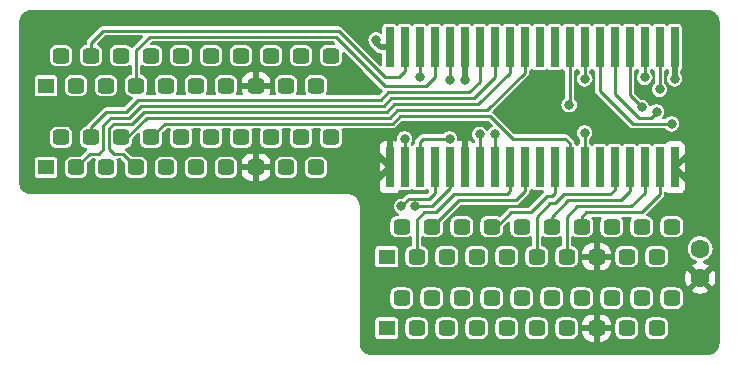
<source format=gtl>
G04 #@! TF.GenerationSoftware,KiCad,Pcbnew,7.0.2-0*
G04 #@! TF.CreationDate,2023-06-03T15:33:08+02:00*
G04 #@! TF.ProjectId,MegaCD,4d656761-4344-42e6-9b69-6361645f7063,rev?*
G04 #@! TF.SameCoordinates,Original*
G04 #@! TF.FileFunction,Copper,L1,Top*
G04 #@! TF.FilePolarity,Positive*
%FSLAX46Y46*%
G04 Gerber Fmt 4.6, Leading zero omitted, Abs format (unit mm)*
G04 Created by KiCad (PCBNEW 7.0.2-0) date 2023-06-03 15:33:08*
%MOMM*%
%LPD*%
G01*
G04 APERTURE LIST*
G04 Aperture macros list*
%AMRoundRect*
0 Rectangle with rounded corners*
0 $1 Rounding radius*
0 $2 $3 $4 $5 $6 $7 $8 $9 X,Y pos of 4 corners*
0 Add a 4 corners polygon primitive as box body*
4,1,4,$2,$3,$4,$5,$6,$7,$8,$9,$2,$3,0*
0 Add four circle primitives for the rounded corners*
1,1,$1+$1,$2,$3*
1,1,$1+$1,$4,$5*
1,1,$1+$1,$6,$7*
1,1,$1+$1,$8,$9*
0 Add four rect primitives between the rounded corners*
20,1,$1+$1,$2,$3,$4,$5,0*
20,1,$1+$1,$4,$5,$6,$7,0*
20,1,$1+$1,$6,$7,$8,$9,0*
20,1,$1+$1,$8,$9,$2,$3,0*%
G04 Aperture macros list end*
G04 #@! TA.AperFunction,ComponentPad*
%ADD10R,1.400000X1.300000*%
G04 #@! TD*
G04 #@! TA.AperFunction,ComponentPad*
%ADD11RoundRect,0.325000X0.375000X-0.325000X0.375000X0.325000X-0.375000X0.325000X-0.375000X-0.325000X0*%
G04 #@! TD*
G04 #@! TA.AperFunction,ComponentPad*
%ADD12C,1.600000*%
G04 #@! TD*
G04 #@! TA.AperFunction,SMDPad,CuDef*
%ADD13R,0.700000X3.400000*%
G04 #@! TD*
G04 #@! TA.AperFunction,ViaPad*
%ADD14C,0.800000*%
G04 #@! TD*
G04 #@! TA.AperFunction,Conductor*
%ADD15C,0.500000*%
G04 #@! TD*
G04 #@! TA.AperFunction,Conductor*
%ADD16C,0.250000*%
G04 #@! TD*
G04 APERTURE END LIST*
D10*
X119380000Y-117221000D03*
D11*
X120650000Y-114681000D03*
X121920000Y-117221000D03*
X123190000Y-114681000D03*
X124460000Y-117221000D03*
X125730000Y-114681000D03*
X127000000Y-117221000D03*
X128270000Y-114681000D03*
X129540000Y-117221000D03*
X130810000Y-114681000D03*
X132080000Y-117221000D03*
X133350000Y-114681000D03*
X134620000Y-117221000D03*
X135890000Y-114681000D03*
X137160000Y-117221000D03*
X138430000Y-114681000D03*
X139700000Y-117221000D03*
X140970000Y-114681000D03*
X142240000Y-117221000D03*
X143510000Y-114681000D03*
D12*
X174752000Y-126599000D03*
X174752000Y-124099000D03*
D10*
X148209000Y-124790200D03*
D11*
X149479000Y-122250200D03*
X150749000Y-124790200D03*
X152019000Y-122250200D03*
X153289000Y-124790200D03*
X154559000Y-122250200D03*
X155829000Y-124790200D03*
X157099000Y-122250200D03*
X158369000Y-124790200D03*
X159639000Y-122250200D03*
X160909000Y-124790200D03*
X162179000Y-122250200D03*
X163449000Y-124790200D03*
X164719000Y-122250200D03*
X165989000Y-124790200D03*
X167259000Y-122250200D03*
X168529000Y-124790200D03*
X169799000Y-122250200D03*
X171069000Y-124790200D03*
X172339000Y-122250200D03*
D13*
X148463000Y-117221000D03*
X149733000Y-117221000D03*
X151003000Y-117221000D03*
X152273000Y-117221000D03*
X153543000Y-117221000D03*
X154813000Y-117221000D03*
X156083000Y-117221000D03*
X157353000Y-117221000D03*
X158623000Y-117221000D03*
X159893000Y-117221000D03*
X161163000Y-117221000D03*
X162433000Y-117221000D03*
X163703000Y-117221000D03*
X164973000Y-117221000D03*
X166243000Y-117221000D03*
X167513000Y-117221000D03*
X168783000Y-117221000D03*
X170053000Y-117221000D03*
X171323000Y-117221000D03*
X172593000Y-117221000D03*
X172593000Y-107061000D03*
X171323000Y-107061000D03*
X170053000Y-107061000D03*
X168783000Y-107061000D03*
X167513000Y-107061000D03*
X166243000Y-107061000D03*
X164973000Y-107061000D03*
X163703000Y-107061000D03*
X162433000Y-107061000D03*
X161163000Y-107061000D03*
X159893000Y-107061000D03*
X158623000Y-107061000D03*
X157353000Y-107061000D03*
X156083000Y-107061000D03*
X154813000Y-107061000D03*
X153543000Y-107061000D03*
X152273000Y-107061000D03*
X151003000Y-107061000D03*
X149733000Y-107061000D03*
X148463000Y-107061000D03*
D10*
X119380000Y-110312200D03*
D11*
X120650000Y-107772200D03*
X121920000Y-110312200D03*
X123190000Y-107772200D03*
X124460000Y-110312200D03*
X125730000Y-107772200D03*
X127000000Y-110312200D03*
X128270000Y-107772200D03*
X129540000Y-110312200D03*
X130810000Y-107772200D03*
X132080000Y-110312200D03*
X133350000Y-107772200D03*
X134620000Y-110312200D03*
X135890000Y-107772200D03*
X137160000Y-110312200D03*
X138430000Y-107772200D03*
X139700000Y-110312200D03*
X140970000Y-107772200D03*
X142240000Y-110312200D03*
X143510000Y-107772200D03*
D10*
X148209000Y-130835400D03*
D11*
X149479000Y-128295400D03*
X150749000Y-130835400D03*
X152019000Y-128295400D03*
X153289000Y-130835400D03*
X154559000Y-128295400D03*
X155829000Y-130835400D03*
X157099000Y-128295400D03*
X158369000Y-130835400D03*
X159639000Y-128295400D03*
X160909000Y-130835400D03*
X162179000Y-128295400D03*
X163449000Y-130835400D03*
X164719000Y-128295400D03*
X165989000Y-130835400D03*
X167259000Y-128295400D03*
X168529000Y-130835400D03*
X169799000Y-128295400D03*
X171069000Y-130835400D03*
X172339000Y-128295400D03*
D14*
X172593000Y-109728000D03*
X147320000Y-106426000D03*
X154813000Y-109855000D03*
X146939000Y-116713000D03*
X156083000Y-114427000D03*
X150622000Y-120523000D03*
X149468299Y-120512299D03*
X153543000Y-114808000D03*
X149733000Y-114808000D03*
X151003000Y-109556000D03*
X153543000Y-109855000D03*
X157353000Y-114427000D03*
X164973000Y-109728000D03*
X172339000Y-113538000D03*
X171069000Y-112522000D03*
X169799000Y-112141000D03*
X170053000Y-109601000D03*
X171323000Y-110617000D03*
X164973000Y-114300000D03*
X163666806Y-111923194D03*
D15*
X172593000Y-107061000D02*
X172593000Y-109728000D01*
X147320000Y-106680000D02*
X147701000Y-107061000D01*
X147320000Y-106426000D02*
X147320000Y-106680000D01*
X154813000Y-107061000D02*
X154813000Y-109855000D01*
X147701000Y-107061000D02*
X148463000Y-107061000D01*
X148463000Y-114681000D02*
X149266422Y-113877578D01*
X154390578Y-113877578D02*
X154813000Y-114300000D01*
X148463000Y-117221000D02*
X148463000Y-114681000D01*
X154813000Y-114300000D02*
X154813000Y-117221000D01*
D16*
X165989000Y-130835400D02*
X165989000Y-132461000D01*
D15*
X146939000Y-116713000D02*
X146939000Y-116078000D01*
D16*
X165989000Y-132461000D02*
X166116000Y-132588000D01*
X174752000Y-126619000D02*
X174752000Y-126599000D01*
X166116000Y-132588000D02*
X175260000Y-132588000D01*
D15*
X147066000Y-115951000D02*
X147193000Y-115951000D01*
D16*
X175895000Y-127762000D02*
X174752000Y-126619000D01*
D15*
X146939000Y-116078000D02*
X147066000Y-115951000D01*
D16*
X175260000Y-132588000D02*
X175895000Y-131953000D01*
X175895000Y-131953000D02*
X175895000Y-127762000D01*
D15*
X147193000Y-115951000D02*
X148463000Y-117221000D01*
X165989000Y-130835400D02*
X165989000Y-124790200D01*
X149266422Y-113877578D02*
X154390578Y-113877578D01*
D16*
X156083000Y-114427000D02*
X156083000Y-117221000D01*
X153543000Y-118999000D02*
X153543000Y-117221000D01*
X150622000Y-120523000D02*
X152019000Y-120523000D01*
X152019000Y-120523000D02*
X153543000Y-118999000D01*
X149468299Y-120512299D02*
X150109598Y-119871000D01*
X150109598Y-119871000D02*
X151782000Y-119871000D01*
X152273000Y-119380000D02*
X152273000Y-117221000D01*
X151782000Y-119871000D02*
X152273000Y-119380000D01*
X151003000Y-115062000D02*
X151003000Y-117221000D01*
X151257000Y-114808000D02*
X151003000Y-115062000D01*
X153543000Y-114808000D02*
X151257000Y-114808000D01*
X149733000Y-114808000D02*
X149733000Y-117221000D01*
X149733000Y-109093000D02*
X149733000Y-107061000D01*
X123190000Y-107772200D02*
X123190000Y-106680000D01*
X148082000Y-109601000D02*
X149225000Y-109601000D01*
X149225000Y-109601000D02*
X149733000Y-109093000D01*
X123190000Y-106680000D02*
X124206000Y-105664000D01*
X144145000Y-105664000D02*
X148082000Y-109601000D01*
X124206000Y-105664000D02*
X144145000Y-105664000D01*
X151003000Y-109556000D02*
X151003000Y-107061000D01*
X152273000Y-109601000D02*
X151511000Y-110363000D01*
X152273000Y-107061000D02*
X152273000Y-109601000D01*
X128143000Y-106172000D02*
X127000000Y-107315000D01*
X127000000Y-107315000D02*
X127000000Y-110312200D01*
X143891000Y-106172000D02*
X128143000Y-106172000D01*
X151511000Y-110363000D02*
X148082000Y-110363000D01*
X148082000Y-110363000D02*
X143891000Y-106172000D01*
X153543000Y-109855000D02*
X153543000Y-107061000D01*
X147701000Y-111506000D02*
X148336000Y-110871000D01*
X127127000Y-111506000D02*
X147701000Y-111506000D01*
X148336000Y-110871000D02*
X155194000Y-110871000D01*
X124491750Y-112522000D02*
X126111000Y-112522000D01*
X155194000Y-110871000D02*
X156083000Y-109982000D01*
X123190000Y-114681000D02*
X123190000Y-113823750D01*
X126111000Y-112522000D02*
X127127000Y-111506000D01*
X156083000Y-109982000D02*
X156083000Y-107061000D01*
X123190000Y-113823750D02*
X124491750Y-112522000D01*
X126365000Y-113030000D02*
X127381000Y-112014000D01*
X123063000Y-116078000D02*
X123825000Y-116078000D01*
X155575000Y-111379000D02*
X157353000Y-109601000D01*
X124206000Y-113665000D02*
X124841000Y-113030000D01*
X123825000Y-116078000D02*
X124206000Y-115697000D01*
X147955000Y-112014000D02*
X148590000Y-111379000D01*
X157353000Y-109601000D02*
X157353000Y-107061000D01*
X121920000Y-117221000D02*
X123063000Y-116078000D01*
X127381000Y-112014000D02*
X147955000Y-112014000D01*
X148590000Y-111379000D02*
X155575000Y-111379000D01*
X124206000Y-115697000D02*
X124206000Y-113665000D01*
X124841000Y-113030000D02*
X126365000Y-113030000D01*
X155956000Y-111887000D02*
X158623000Y-109220000D01*
X125857000Y-116078000D02*
X125095000Y-116078000D01*
X148844000Y-111887000D02*
X155956000Y-111887000D01*
X127000000Y-117221000D02*
X125857000Y-116078000D01*
X127635000Y-112522000D02*
X148209000Y-112522000D01*
X148209000Y-112522000D02*
X148844000Y-111887000D01*
X158623000Y-109220000D02*
X158623000Y-107061000D01*
X125095000Y-116078000D02*
X124714000Y-115697000D01*
X125095000Y-113538000D02*
X126619000Y-113538000D01*
X124714000Y-113919000D02*
X125095000Y-113538000D01*
X124714000Y-115697000D02*
X124714000Y-113919000D01*
X126619000Y-113538000D02*
X127635000Y-112522000D01*
X125730000Y-114681000D02*
X126238000Y-114681000D01*
X126238000Y-114681000D02*
X127889000Y-113030000D01*
X156718000Y-112395000D02*
X159893000Y-109220000D01*
X148463000Y-113030000D02*
X149098000Y-112395000D01*
X149098000Y-112395000D02*
X156718000Y-112395000D01*
X159893000Y-109220000D02*
X159893000Y-107061000D01*
X127889000Y-113030000D02*
X148463000Y-113030000D01*
X159131000Y-120015000D02*
X159893000Y-119253000D01*
X159893000Y-119253000D02*
X159893000Y-117221000D01*
X152069800Y-122250200D02*
X154305000Y-120015000D01*
X152019000Y-122250200D02*
X152069800Y-122250200D01*
X154305000Y-120015000D02*
X159131000Y-120015000D01*
X150749000Y-121666000D02*
X151384000Y-121031000D01*
X158369000Y-119507000D02*
X158623000Y-119253000D01*
X152412580Y-121031000D02*
X153936580Y-119507000D01*
X153936580Y-119507000D02*
X158369000Y-119507000D01*
X151384000Y-121031000D02*
X152412580Y-121031000D01*
X150749000Y-124790200D02*
X150749000Y-121666000D01*
X158623000Y-119253000D02*
X158623000Y-117221000D01*
X157353000Y-117221000D02*
X157353000Y-114427000D01*
X164973000Y-109728000D02*
X164973000Y-107061000D01*
X166243000Y-110744000D02*
X166243000Y-107061000D01*
X169037000Y-113538000D02*
X166243000Y-110744000D01*
X172339000Y-113538000D02*
X169037000Y-113538000D01*
X170561000Y-113030000D02*
X169545000Y-113030000D01*
X167513000Y-110998000D02*
X167513000Y-107061000D01*
X169545000Y-113030000D02*
X167513000Y-110998000D01*
X171069000Y-112522000D02*
X170561000Y-113030000D01*
X168783000Y-111125000D02*
X168783000Y-107061000D01*
X169799000Y-112141000D02*
X168783000Y-111125000D01*
X170053000Y-109601000D02*
X170053000Y-107061000D01*
X171323000Y-110617000D02*
X171323000Y-107061000D01*
X164719000Y-121412000D02*
X165100000Y-121031000D01*
X169799000Y-121031000D02*
X171323000Y-119507000D01*
X165100000Y-121031000D02*
X169799000Y-121031000D01*
X164719000Y-122250200D02*
X164719000Y-121412000D01*
X171323000Y-119507000D02*
X171323000Y-117221000D01*
X164338000Y-120523000D02*
X168910000Y-120523000D01*
X163449000Y-121412000D02*
X164338000Y-120523000D01*
X163449000Y-124790200D02*
X163449000Y-121412000D01*
X168910000Y-120523000D02*
X170053000Y-119380000D01*
X170053000Y-119380000D02*
X170053000Y-117221000D01*
X168783000Y-119253000D02*
X168783000Y-117221000D01*
X163576000Y-120015000D02*
X168021000Y-120015000D01*
X162179000Y-122250200D02*
X162179000Y-121412000D01*
X162179000Y-121412000D02*
X163576000Y-120015000D01*
X168021000Y-120015000D02*
X168783000Y-119253000D01*
X160909000Y-121412000D02*
X162052000Y-120269000D01*
X167513000Y-119126000D02*
X167513000Y-117221000D01*
X162052000Y-120269000D02*
X162433000Y-120269000D01*
X162433000Y-120269000D02*
X163195000Y-119507000D01*
X167132000Y-119507000D02*
X167513000Y-119126000D01*
X160909000Y-124790200D02*
X160909000Y-121412000D01*
X163195000Y-119507000D02*
X167132000Y-119507000D01*
X164973000Y-114300000D02*
X164973000Y-117221000D01*
X163666806Y-111923194D02*
X163703000Y-111887000D01*
X163703000Y-111887000D02*
X163703000Y-107061000D01*
X156972000Y-112903000D02*
X158877000Y-114808000D01*
X149352000Y-112903000D02*
X156972000Y-112903000D01*
X163703000Y-115189000D02*
X163703000Y-117221000D01*
X163322000Y-114808000D02*
X163703000Y-115189000D01*
X129413000Y-113538000D02*
X148717000Y-113538000D01*
X148717000Y-113538000D02*
X149352000Y-112903000D01*
X158877000Y-114808000D02*
X163322000Y-114808000D01*
X128270000Y-114681000D02*
X129413000Y-113538000D01*
X162433000Y-119380000D02*
X162433000Y-117221000D01*
X158750000Y-121031000D02*
X160401000Y-121031000D01*
X157530800Y-122250200D02*
X158750000Y-121031000D01*
X157099000Y-122250200D02*
X157530800Y-122250200D01*
X162179000Y-119634000D02*
X162433000Y-119380000D01*
X160401000Y-121031000D02*
X161798000Y-119634000D01*
X161798000Y-119634000D02*
X162179000Y-119634000D01*
G04 #@! TA.AperFunction,Conductor*
G36*
X143751140Y-106567185D02*
G01*
X143771782Y-106583819D01*
X143847982Y-106660019D01*
X143881467Y-106721342D01*
X143876483Y-106791034D01*
X143834611Y-106846967D01*
X143769147Y-106871384D01*
X143760301Y-106871700D01*
X143097280Y-106871700D01*
X143093263Y-106872228D01*
X143093260Y-106872229D01*
X142984764Y-106886513D01*
X142844768Y-106944501D01*
X142724549Y-107036749D01*
X142632301Y-107156968D01*
X142574313Y-107296964D01*
X142561785Y-107392127D01*
X142559500Y-107409480D01*
X142559500Y-108134920D01*
X142574313Y-108247436D01*
X142632302Y-108387433D01*
X142724549Y-108507651D01*
X142844767Y-108599898D01*
X142984764Y-108657887D01*
X143097280Y-108672700D01*
X143101333Y-108672700D01*
X143918667Y-108672700D01*
X143922720Y-108672700D01*
X144035236Y-108657887D01*
X144175233Y-108599898D01*
X144295451Y-108507651D01*
X144387698Y-108387433D01*
X144445687Y-108247436D01*
X144460500Y-108134920D01*
X144460500Y-107571898D01*
X144480185Y-107504859D01*
X144532989Y-107459104D01*
X144602147Y-107449160D01*
X144665703Y-107478185D01*
X144672166Y-107484203D01*
X146232438Y-109044475D01*
X147779850Y-110591887D01*
X147795977Y-110611746D01*
X147801915Y-110620835D01*
X147826894Y-110640277D01*
X147838412Y-110650449D01*
X147844281Y-110656318D01*
X147877766Y-110717641D01*
X147872782Y-110787333D01*
X147844281Y-110831680D01*
X147581781Y-111094181D01*
X147520458Y-111127666D01*
X147494100Y-111130500D01*
X143213327Y-111130500D01*
X143146288Y-111110815D01*
X143100533Y-111058011D01*
X143090589Y-110988853D01*
X143114950Y-110931015D01*
X143115958Y-110929700D01*
X143117698Y-110927433D01*
X143175687Y-110787436D01*
X143190500Y-110674920D01*
X143190500Y-109949480D01*
X143175687Y-109836964D01*
X143117698Y-109696967D01*
X143025451Y-109576749D01*
X142905233Y-109484502D01*
X142882573Y-109475116D01*
X142848830Y-109461139D01*
X142765236Y-109426513D01*
X142700087Y-109417936D01*
X142656739Y-109412229D01*
X142656737Y-109412228D01*
X142652720Y-109411700D01*
X141827280Y-109411700D01*
X141823263Y-109412228D01*
X141823260Y-109412229D01*
X141714764Y-109426513D01*
X141574768Y-109484501D01*
X141454549Y-109576749D01*
X141362301Y-109696968D01*
X141304313Y-109836964D01*
X141291414Y-109934944D01*
X141289500Y-109949480D01*
X141289500Y-110674920D01*
X141304313Y-110787436D01*
X141357515Y-110915877D01*
X141362302Y-110927433D01*
X141365050Y-110931015D01*
X141390243Y-110996185D01*
X141376204Y-111064629D01*
X141327389Y-111114618D01*
X141266673Y-111130500D01*
X140673327Y-111130500D01*
X140606288Y-111110815D01*
X140560533Y-111058011D01*
X140550589Y-110988853D01*
X140574950Y-110931015D01*
X140575958Y-110929700D01*
X140577698Y-110927433D01*
X140635687Y-110787436D01*
X140650500Y-110674920D01*
X140650500Y-109949480D01*
X140635687Y-109836964D01*
X140577698Y-109696967D01*
X140485451Y-109576749D01*
X140365233Y-109484502D01*
X140342573Y-109475116D01*
X140308830Y-109461139D01*
X140225236Y-109426513D01*
X140160087Y-109417936D01*
X140116739Y-109412229D01*
X140116737Y-109412228D01*
X140112720Y-109411700D01*
X139287280Y-109411700D01*
X139283263Y-109412228D01*
X139283260Y-109412229D01*
X139174764Y-109426513D01*
X139034768Y-109484501D01*
X138914549Y-109576749D01*
X138822301Y-109696968D01*
X138764313Y-109836964D01*
X138751414Y-109934944D01*
X138749500Y-109949480D01*
X138749500Y-110674920D01*
X138764313Y-110787436D01*
X138817515Y-110915877D01*
X138822302Y-110927433D01*
X138825050Y-110931015D01*
X138850243Y-110996185D01*
X138836204Y-111064629D01*
X138787389Y-111114618D01*
X138726673Y-111130500D01*
X138411147Y-111130500D01*
X138344108Y-111110815D01*
X138298353Y-111058011D01*
X138288409Y-110988853D01*
X138300059Y-110951406D01*
X138313958Y-110923379D01*
X138357268Y-110749231D01*
X138359858Y-110711035D01*
X138360000Y-110706846D01*
X138360000Y-110562200D01*
X137475686Y-110562200D01*
X137487641Y-110550245D01*
X137545165Y-110437348D01*
X137564986Y-110312200D01*
X137545165Y-110187052D01*
X137487641Y-110074155D01*
X137475686Y-110062200D01*
X138360000Y-110062200D01*
X138360000Y-109917553D01*
X138359858Y-109913364D01*
X138357268Y-109875168D01*
X138313959Y-109701023D01*
X138234228Y-109540259D01*
X138121802Y-109400397D01*
X137981940Y-109287971D01*
X137821176Y-109208240D01*
X137647031Y-109164931D01*
X137608835Y-109162341D01*
X137604646Y-109162200D01*
X137410000Y-109162200D01*
X137410000Y-109996514D01*
X137398045Y-109984559D01*
X137285148Y-109927035D01*
X137191481Y-109912200D01*
X137128519Y-109912200D01*
X137034852Y-109927035D01*
X136921955Y-109984559D01*
X136910000Y-109996514D01*
X136910000Y-109162200D01*
X136715354Y-109162200D01*
X136711164Y-109162341D01*
X136672968Y-109164931D01*
X136498823Y-109208240D01*
X136338059Y-109287971D01*
X136198197Y-109400397D01*
X136085771Y-109540259D01*
X136006040Y-109701023D01*
X135962731Y-109875168D01*
X135960141Y-109913364D01*
X135960000Y-109917553D01*
X135960000Y-110062200D01*
X136844314Y-110062200D01*
X136832359Y-110074155D01*
X136774835Y-110187052D01*
X136755014Y-110312200D01*
X136774835Y-110437348D01*
X136832359Y-110550245D01*
X136844314Y-110562200D01*
X135960000Y-110562200D01*
X135960000Y-110706846D01*
X135960141Y-110711035D01*
X135962731Y-110749231D01*
X136006041Y-110923379D01*
X136019941Y-110951406D01*
X136032093Y-111020211D01*
X136005116Y-111084663D01*
X135947577Y-111124298D01*
X135908853Y-111130500D01*
X135593327Y-111130500D01*
X135526288Y-111110815D01*
X135480533Y-111058011D01*
X135470589Y-110988853D01*
X135494950Y-110931015D01*
X135495958Y-110929700D01*
X135497698Y-110927433D01*
X135555687Y-110787436D01*
X135570500Y-110674920D01*
X135570500Y-109949480D01*
X135555687Y-109836964D01*
X135497698Y-109696967D01*
X135405451Y-109576749D01*
X135285233Y-109484502D01*
X135262573Y-109475116D01*
X135228830Y-109461139D01*
X135145236Y-109426513D01*
X135080087Y-109417936D01*
X135036739Y-109412229D01*
X135036737Y-109412228D01*
X135032720Y-109411700D01*
X134207280Y-109411700D01*
X134203263Y-109412228D01*
X134203260Y-109412229D01*
X134094764Y-109426513D01*
X133954768Y-109484501D01*
X133834549Y-109576749D01*
X133742301Y-109696968D01*
X133684313Y-109836964D01*
X133671414Y-109934944D01*
X133669500Y-109949480D01*
X133669500Y-110674920D01*
X133684313Y-110787436D01*
X133737515Y-110915877D01*
X133742302Y-110927433D01*
X133745050Y-110931015D01*
X133770243Y-110996185D01*
X133756204Y-111064629D01*
X133707389Y-111114618D01*
X133646673Y-111130500D01*
X133053327Y-111130500D01*
X132986288Y-111110815D01*
X132940533Y-111058011D01*
X132930589Y-110988853D01*
X132954950Y-110931015D01*
X132955958Y-110929700D01*
X132957698Y-110927433D01*
X133015687Y-110787436D01*
X133030500Y-110674920D01*
X133030500Y-109949480D01*
X133015687Y-109836964D01*
X132957698Y-109696967D01*
X132865451Y-109576749D01*
X132745233Y-109484502D01*
X132722573Y-109475116D01*
X132688830Y-109461139D01*
X132605236Y-109426513D01*
X132540087Y-109417936D01*
X132496739Y-109412229D01*
X132496737Y-109412228D01*
X132492720Y-109411700D01*
X131667280Y-109411700D01*
X131663263Y-109412228D01*
X131663260Y-109412229D01*
X131554764Y-109426513D01*
X131414768Y-109484501D01*
X131294549Y-109576749D01*
X131202301Y-109696968D01*
X131144313Y-109836964D01*
X131131414Y-109934944D01*
X131129500Y-109949480D01*
X131129500Y-110674920D01*
X131144313Y-110787436D01*
X131197515Y-110915877D01*
X131202302Y-110927433D01*
X131205050Y-110931015D01*
X131230243Y-110996185D01*
X131216204Y-111064629D01*
X131167389Y-111114618D01*
X131106673Y-111130500D01*
X130513327Y-111130500D01*
X130446288Y-111110815D01*
X130400533Y-111058011D01*
X130390589Y-110988853D01*
X130414950Y-110931015D01*
X130415958Y-110929700D01*
X130417698Y-110927433D01*
X130475687Y-110787436D01*
X130490500Y-110674920D01*
X130490500Y-109949480D01*
X130475687Y-109836964D01*
X130417698Y-109696967D01*
X130325451Y-109576749D01*
X130205233Y-109484502D01*
X130182573Y-109475116D01*
X130148830Y-109461139D01*
X130065236Y-109426513D01*
X130000087Y-109417936D01*
X129956739Y-109412229D01*
X129956737Y-109412228D01*
X129952720Y-109411700D01*
X129127280Y-109411700D01*
X129123263Y-109412228D01*
X129123260Y-109412229D01*
X129014764Y-109426513D01*
X128874768Y-109484501D01*
X128754549Y-109576749D01*
X128662301Y-109696968D01*
X128604313Y-109836964D01*
X128591414Y-109934944D01*
X128589500Y-109949480D01*
X128589500Y-110674920D01*
X128604313Y-110787436D01*
X128657515Y-110915877D01*
X128662302Y-110927433D01*
X128665050Y-110931015D01*
X128690243Y-110996185D01*
X128676204Y-111064629D01*
X128627389Y-111114618D01*
X128566673Y-111130500D01*
X127973327Y-111130500D01*
X127906288Y-111110815D01*
X127860533Y-111058011D01*
X127850589Y-110988853D01*
X127874950Y-110931015D01*
X127875958Y-110929700D01*
X127877698Y-110927433D01*
X127935687Y-110787436D01*
X127950500Y-110674920D01*
X127950500Y-109949480D01*
X127935687Y-109836964D01*
X127877698Y-109696967D01*
X127785451Y-109576749D01*
X127665233Y-109484502D01*
X127647844Y-109477299D01*
X127525235Y-109426512D01*
X127483315Y-109420994D01*
X127419418Y-109392728D01*
X127380947Y-109334403D01*
X127375500Y-109298055D01*
X127375500Y-108675422D01*
X127395185Y-108608383D01*
X127447989Y-108562628D01*
X127517147Y-108552684D01*
X127574987Y-108577047D01*
X127604767Y-108599898D01*
X127744764Y-108657887D01*
X127857280Y-108672700D01*
X127861333Y-108672700D01*
X128678667Y-108672700D01*
X128682720Y-108672700D01*
X128795236Y-108657887D01*
X128935233Y-108599898D01*
X129055451Y-108507651D01*
X129147698Y-108387433D01*
X129205687Y-108247436D01*
X129220500Y-108134920D01*
X129859500Y-108134920D01*
X129874313Y-108247436D01*
X129932302Y-108387433D01*
X130024549Y-108507651D01*
X130144767Y-108599898D01*
X130284764Y-108657887D01*
X130397280Y-108672700D01*
X130401333Y-108672700D01*
X131218667Y-108672700D01*
X131222720Y-108672700D01*
X131335236Y-108657887D01*
X131475233Y-108599898D01*
X131595451Y-108507651D01*
X131687698Y-108387433D01*
X131745687Y-108247436D01*
X131760500Y-108134920D01*
X132399500Y-108134920D01*
X132414313Y-108247436D01*
X132472302Y-108387433D01*
X132564549Y-108507651D01*
X132684767Y-108599898D01*
X132824764Y-108657887D01*
X132937280Y-108672700D01*
X132941333Y-108672700D01*
X133758667Y-108672700D01*
X133762720Y-108672700D01*
X133875236Y-108657887D01*
X134015233Y-108599898D01*
X134135451Y-108507651D01*
X134227698Y-108387433D01*
X134285687Y-108247436D01*
X134300500Y-108134920D01*
X134939500Y-108134920D01*
X134954313Y-108247436D01*
X135012302Y-108387433D01*
X135104549Y-108507651D01*
X135224767Y-108599898D01*
X135364764Y-108657887D01*
X135477280Y-108672700D01*
X135481333Y-108672700D01*
X136298667Y-108672700D01*
X136302720Y-108672700D01*
X136415236Y-108657887D01*
X136555233Y-108599898D01*
X136675451Y-108507651D01*
X136767698Y-108387433D01*
X136825687Y-108247436D01*
X136840500Y-108134920D01*
X137479500Y-108134920D01*
X137494313Y-108247436D01*
X137552302Y-108387433D01*
X137644549Y-108507651D01*
X137764767Y-108599898D01*
X137904764Y-108657887D01*
X138017280Y-108672700D01*
X138021333Y-108672700D01*
X138838667Y-108672700D01*
X138842720Y-108672700D01*
X138955236Y-108657887D01*
X139095233Y-108599898D01*
X139215451Y-108507651D01*
X139307698Y-108387433D01*
X139365687Y-108247436D01*
X139380500Y-108134920D01*
X140019500Y-108134920D01*
X140034313Y-108247436D01*
X140092302Y-108387433D01*
X140184549Y-108507651D01*
X140304767Y-108599898D01*
X140444764Y-108657887D01*
X140557280Y-108672700D01*
X140561333Y-108672700D01*
X141378667Y-108672700D01*
X141382720Y-108672700D01*
X141495236Y-108657887D01*
X141635233Y-108599898D01*
X141755451Y-108507651D01*
X141847698Y-108387433D01*
X141905687Y-108247436D01*
X141920500Y-108134920D01*
X141920500Y-107409480D01*
X141905687Y-107296964D01*
X141847698Y-107156967D01*
X141755451Y-107036749D01*
X141635233Y-106944502D01*
X141635228Y-106944500D01*
X141577961Y-106920779D01*
X141495236Y-106886513D01*
X141436356Y-106878761D01*
X141386739Y-106872229D01*
X141386737Y-106872228D01*
X141382720Y-106871700D01*
X140557280Y-106871700D01*
X140553263Y-106872228D01*
X140553260Y-106872229D01*
X140444764Y-106886513D01*
X140304768Y-106944501D01*
X140184549Y-107036749D01*
X140092301Y-107156968D01*
X140034313Y-107296964D01*
X140021785Y-107392127D01*
X140019500Y-107409480D01*
X140019500Y-108134920D01*
X139380500Y-108134920D01*
X139380500Y-107409480D01*
X139365687Y-107296964D01*
X139307698Y-107156967D01*
X139215451Y-107036749D01*
X139095233Y-106944502D01*
X139095228Y-106944500D01*
X139037961Y-106920779D01*
X138955236Y-106886513D01*
X138896356Y-106878761D01*
X138846739Y-106872229D01*
X138846737Y-106872228D01*
X138842720Y-106871700D01*
X138017280Y-106871700D01*
X138013263Y-106872228D01*
X138013260Y-106872229D01*
X137904764Y-106886513D01*
X137764768Y-106944501D01*
X137644549Y-107036749D01*
X137552301Y-107156968D01*
X137494313Y-107296964D01*
X137481785Y-107392127D01*
X137479500Y-107409480D01*
X137479500Y-108134920D01*
X136840500Y-108134920D01*
X136840500Y-107409480D01*
X136825687Y-107296964D01*
X136767698Y-107156967D01*
X136675451Y-107036749D01*
X136555233Y-106944502D01*
X136555228Y-106944500D01*
X136497961Y-106920779D01*
X136415236Y-106886513D01*
X136356356Y-106878761D01*
X136306739Y-106872229D01*
X136306737Y-106872228D01*
X136302720Y-106871700D01*
X135477280Y-106871700D01*
X135473263Y-106872228D01*
X135473260Y-106872229D01*
X135364764Y-106886513D01*
X135224768Y-106944501D01*
X135104549Y-107036749D01*
X135012301Y-107156968D01*
X134954313Y-107296964D01*
X134941785Y-107392127D01*
X134939500Y-107409480D01*
X134939500Y-108134920D01*
X134300500Y-108134920D01*
X134300500Y-107409480D01*
X134285687Y-107296964D01*
X134227698Y-107156967D01*
X134135451Y-107036749D01*
X134015233Y-106944502D01*
X134015228Y-106944500D01*
X133957961Y-106920779D01*
X133875236Y-106886513D01*
X133816356Y-106878761D01*
X133766739Y-106872229D01*
X133766737Y-106872228D01*
X133762720Y-106871700D01*
X132937280Y-106871700D01*
X132933263Y-106872228D01*
X132933260Y-106872229D01*
X132824764Y-106886513D01*
X132684768Y-106944501D01*
X132564549Y-107036749D01*
X132472301Y-107156968D01*
X132414313Y-107296964D01*
X132401785Y-107392127D01*
X132399500Y-107409480D01*
X132399500Y-108134920D01*
X131760500Y-108134920D01*
X131760500Y-107409480D01*
X131745687Y-107296964D01*
X131687698Y-107156967D01*
X131595451Y-107036749D01*
X131475233Y-106944502D01*
X131475228Y-106944500D01*
X131417961Y-106920779D01*
X131335236Y-106886513D01*
X131276356Y-106878761D01*
X131226739Y-106872229D01*
X131226737Y-106872228D01*
X131222720Y-106871700D01*
X130397280Y-106871700D01*
X130393263Y-106872228D01*
X130393260Y-106872229D01*
X130284764Y-106886513D01*
X130144768Y-106944501D01*
X130024549Y-107036749D01*
X129932301Y-107156968D01*
X129874313Y-107296964D01*
X129861785Y-107392127D01*
X129859500Y-107409480D01*
X129859500Y-108134920D01*
X129220500Y-108134920D01*
X129220500Y-107409480D01*
X129205687Y-107296964D01*
X129147698Y-107156967D01*
X129055451Y-107036749D01*
X128935233Y-106944502D01*
X128935228Y-106944500D01*
X128877961Y-106920779D01*
X128795236Y-106886513D01*
X128736356Y-106878761D01*
X128686739Y-106872229D01*
X128686737Y-106872228D01*
X128682720Y-106871700D01*
X128678667Y-106871700D01*
X128273699Y-106871700D01*
X128206660Y-106852015D01*
X128160905Y-106799211D01*
X128150961Y-106730053D01*
X128179986Y-106666497D01*
X128186018Y-106660019D01*
X128262218Y-106583819D01*
X128323541Y-106550334D01*
X128349899Y-106547500D01*
X143684101Y-106547500D01*
X143751140Y-106567185D01*
G37*
G04 #@! TD.AperFunction*
G04 #@! TA.AperFunction,Conductor*
G36*
X175392393Y-103886971D02*
G01*
X175432477Y-103890478D01*
X175561732Y-103903209D01*
X175581644Y-103906832D01*
X175647302Y-103924425D01*
X175651179Y-103925532D01*
X175744384Y-103953806D01*
X175760778Y-103960079D01*
X175827720Y-103991294D01*
X175833710Y-103994288D01*
X175914535Y-104037490D01*
X175927173Y-104045254D01*
X175989366Y-104088802D01*
X175996886Y-104094508D01*
X176066299Y-104151474D01*
X176075315Y-104159646D01*
X176129352Y-104213683D01*
X176137524Y-104222699D01*
X176194490Y-104292112D01*
X176200203Y-104299641D01*
X176243739Y-104361817D01*
X176251514Y-104374474D01*
X176294696Y-104455261D01*
X176297712Y-104461295D01*
X176328917Y-104528215D01*
X176335196Y-104544625D01*
X176363462Y-104637808D01*
X176364576Y-104641708D01*
X176382163Y-104707343D01*
X176385791Y-104727282D01*
X176398523Y-104856546D01*
X176402031Y-104896640D01*
X176402500Y-104907403D01*
X176402500Y-132074585D01*
X176402028Y-132085393D01*
X176398523Y-132125451D01*
X176385791Y-132254719D01*
X176382164Y-132274652D01*
X176364576Y-132340290D01*
X176363462Y-132344190D01*
X176335196Y-132437373D01*
X176328917Y-132453783D01*
X176297712Y-132520703D01*
X176294688Y-132526753D01*
X176251516Y-132607521D01*
X176243733Y-132620191D01*
X176200212Y-132682345D01*
X176194490Y-132689886D01*
X176137524Y-132759299D01*
X176129352Y-132768315D01*
X176075315Y-132822352D01*
X176066299Y-132830524D01*
X175996886Y-132887490D01*
X175989345Y-132893212D01*
X175927191Y-132936733D01*
X175914521Y-132944516D01*
X175833753Y-132987688D01*
X175827703Y-132990712D01*
X175760783Y-133021917D01*
X175744373Y-133028196D01*
X175651190Y-133056462D01*
X175647290Y-133057576D01*
X175581655Y-133075163D01*
X175561716Y-133078791D01*
X175432453Y-133091523D01*
X175423215Y-133092331D01*
X175392360Y-133095031D01*
X175381596Y-133095500D01*
X146944414Y-133095500D01*
X146933606Y-133095028D01*
X146893547Y-133091523D01*
X146764279Y-133078791D01*
X146744346Y-133075164D01*
X146678708Y-133057576D01*
X146674808Y-133056462D01*
X146581625Y-133028196D01*
X146565215Y-133021917D01*
X146498295Y-132990712D01*
X146492261Y-132987696D01*
X146411474Y-132944514D01*
X146398817Y-132936739D01*
X146336641Y-132893203D01*
X146329112Y-132887490D01*
X146259699Y-132830524D01*
X146250683Y-132822352D01*
X146196646Y-132768315D01*
X146188474Y-132759299D01*
X146131508Y-132689886D01*
X146125802Y-132682366D01*
X146082254Y-132620173D01*
X146074490Y-132607535D01*
X146031288Y-132526710D01*
X146028294Y-132520720D01*
X145997079Y-132453778D01*
X145990806Y-132437384D01*
X145962532Y-132344179D01*
X145961422Y-132340290D01*
X145943835Y-132274655D01*
X145943834Y-132274652D01*
X145943834Y-132274649D01*
X145940208Y-132254719D01*
X145927478Y-132125477D01*
X145923968Y-132085359D01*
X145923500Y-132074599D01*
X145923500Y-131510074D01*
X147258500Y-131510074D01*
X147273033Y-131583138D01*
X147273033Y-131583139D01*
X147273034Y-131583140D01*
X147328399Y-131666001D01*
X147411260Y-131721366D01*
X147447792Y-131728633D01*
X147484325Y-131735900D01*
X147484326Y-131735900D01*
X148933675Y-131735900D01*
X148958029Y-131731055D01*
X149006740Y-131721366D01*
X149089601Y-131666001D01*
X149144966Y-131583140D01*
X149159500Y-131510074D01*
X149159500Y-131198120D01*
X149798500Y-131198120D01*
X149799028Y-131202137D01*
X149799029Y-131202139D01*
X149813313Y-131310635D01*
X149869621Y-131446576D01*
X149871302Y-131450633D01*
X149963549Y-131570851D01*
X150083767Y-131663098D01*
X150223764Y-131721087D01*
X150336280Y-131735900D01*
X150340333Y-131735900D01*
X151157667Y-131735900D01*
X151161720Y-131735900D01*
X151274236Y-131721087D01*
X151414233Y-131663098D01*
X151534451Y-131570851D01*
X151626698Y-131450633D01*
X151684687Y-131310636D01*
X151699500Y-131198120D01*
X152338500Y-131198120D01*
X152339028Y-131202137D01*
X152339029Y-131202139D01*
X152353313Y-131310635D01*
X152409621Y-131446576D01*
X152411302Y-131450633D01*
X152503549Y-131570851D01*
X152623767Y-131663098D01*
X152763764Y-131721087D01*
X152876280Y-131735900D01*
X152880333Y-131735900D01*
X153697667Y-131735900D01*
X153701720Y-131735900D01*
X153814236Y-131721087D01*
X153954233Y-131663098D01*
X154074451Y-131570851D01*
X154166698Y-131450633D01*
X154224687Y-131310636D01*
X154239500Y-131198120D01*
X154878500Y-131198120D01*
X154879028Y-131202137D01*
X154879029Y-131202139D01*
X154893313Y-131310635D01*
X154949621Y-131446576D01*
X154951302Y-131450633D01*
X155043549Y-131570851D01*
X155163767Y-131663098D01*
X155303764Y-131721087D01*
X155416280Y-131735900D01*
X155420333Y-131735900D01*
X156237667Y-131735900D01*
X156241720Y-131735900D01*
X156354236Y-131721087D01*
X156494233Y-131663098D01*
X156614451Y-131570851D01*
X156706698Y-131450633D01*
X156764687Y-131310636D01*
X156779500Y-131198120D01*
X157418500Y-131198120D01*
X157419028Y-131202137D01*
X157419029Y-131202139D01*
X157433313Y-131310635D01*
X157489621Y-131446576D01*
X157491302Y-131450633D01*
X157583549Y-131570851D01*
X157703767Y-131663098D01*
X157843764Y-131721087D01*
X157956280Y-131735900D01*
X157960333Y-131735900D01*
X158777667Y-131735900D01*
X158781720Y-131735900D01*
X158894236Y-131721087D01*
X159034233Y-131663098D01*
X159154451Y-131570851D01*
X159246698Y-131450633D01*
X159304687Y-131310636D01*
X159319500Y-131198120D01*
X159958500Y-131198120D01*
X159959028Y-131202137D01*
X159959029Y-131202139D01*
X159973313Y-131310635D01*
X160029621Y-131446576D01*
X160031302Y-131450633D01*
X160123549Y-131570851D01*
X160243767Y-131663098D01*
X160383764Y-131721087D01*
X160496280Y-131735900D01*
X160500333Y-131735900D01*
X161317667Y-131735900D01*
X161321720Y-131735900D01*
X161434236Y-131721087D01*
X161574233Y-131663098D01*
X161694451Y-131570851D01*
X161786698Y-131450633D01*
X161844687Y-131310636D01*
X161859500Y-131198120D01*
X162498500Y-131198120D01*
X162499028Y-131202137D01*
X162499029Y-131202139D01*
X162513313Y-131310635D01*
X162569621Y-131446576D01*
X162571302Y-131450633D01*
X162663549Y-131570851D01*
X162783767Y-131663098D01*
X162923764Y-131721087D01*
X163036280Y-131735900D01*
X163040333Y-131735900D01*
X163857667Y-131735900D01*
X163861720Y-131735900D01*
X163974236Y-131721087D01*
X164114233Y-131663098D01*
X164234451Y-131570851D01*
X164326698Y-131450633D01*
X164384687Y-131310636D01*
X164395297Y-131230046D01*
X164789000Y-131230046D01*
X164789141Y-131234235D01*
X164791731Y-131272431D01*
X164835040Y-131446576D01*
X164914771Y-131607340D01*
X165027197Y-131747202D01*
X165167059Y-131859628D01*
X165327823Y-131939359D01*
X165501968Y-131982668D01*
X165540164Y-131985258D01*
X165544354Y-131985400D01*
X165739000Y-131985400D01*
X165739000Y-131151085D01*
X165750955Y-131163041D01*
X165863852Y-131220565D01*
X165957519Y-131235400D01*
X166020481Y-131235400D01*
X166114148Y-131220565D01*
X166227045Y-131163041D01*
X166239000Y-131151086D01*
X166239000Y-131985400D01*
X166433646Y-131985400D01*
X166437835Y-131985258D01*
X166476031Y-131982668D01*
X166650176Y-131939359D01*
X166810940Y-131859628D01*
X166950802Y-131747202D01*
X167063228Y-131607340D01*
X167142959Y-131446576D01*
X167186268Y-131272431D01*
X167188858Y-131234235D01*
X167189000Y-131230046D01*
X167189000Y-131198120D01*
X167578500Y-131198120D01*
X167579028Y-131202137D01*
X167579029Y-131202139D01*
X167593313Y-131310635D01*
X167649621Y-131446576D01*
X167651302Y-131450633D01*
X167743549Y-131570851D01*
X167863767Y-131663098D01*
X168003764Y-131721087D01*
X168116280Y-131735900D01*
X168120333Y-131735900D01*
X168937667Y-131735900D01*
X168941720Y-131735900D01*
X169054236Y-131721087D01*
X169194233Y-131663098D01*
X169314451Y-131570851D01*
X169406698Y-131450633D01*
X169464687Y-131310636D01*
X169479500Y-131198120D01*
X170118500Y-131198120D01*
X170119028Y-131202137D01*
X170119029Y-131202139D01*
X170133313Y-131310635D01*
X170189621Y-131446576D01*
X170191302Y-131450633D01*
X170283549Y-131570851D01*
X170403767Y-131663098D01*
X170543764Y-131721087D01*
X170656280Y-131735900D01*
X170660333Y-131735900D01*
X171477667Y-131735900D01*
X171481720Y-131735900D01*
X171594236Y-131721087D01*
X171734233Y-131663098D01*
X171854451Y-131570851D01*
X171946698Y-131450633D01*
X172004687Y-131310636D01*
X172019500Y-131198120D01*
X172019500Y-130472680D01*
X172004687Y-130360164D01*
X171946698Y-130220167D01*
X171854451Y-130099949D01*
X171734233Y-130007702D01*
X171594236Y-129949713D01*
X171535356Y-129941961D01*
X171485739Y-129935429D01*
X171485737Y-129935428D01*
X171481720Y-129934900D01*
X170656280Y-129934900D01*
X170652263Y-129935428D01*
X170652260Y-129935429D01*
X170543764Y-129949713D01*
X170403768Y-130007701D01*
X170283549Y-130099949D01*
X170191301Y-130220168D01*
X170133312Y-130360163D01*
X170133313Y-130360164D01*
X170118500Y-130472680D01*
X170118500Y-131198120D01*
X169479500Y-131198120D01*
X169479500Y-130472680D01*
X169464687Y-130360164D01*
X169406698Y-130220167D01*
X169314451Y-130099949D01*
X169194233Y-130007702D01*
X169054236Y-129949713D01*
X168995356Y-129941961D01*
X168945739Y-129935429D01*
X168945737Y-129935428D01*
X168941720Y-129934900D01*
X168116280Y-129934900D01*
X168112263Y-129935428D01*
X168112260Y-129935429D01*
X168003764Y-129949713D01*
X167863768Y-130007701D01*
X167743549Y-130099949D01*
X167651301Y-130220168D01*
X167593313Y-130360163D01*
X167593313Y-130360164D01*
X167578500Y-130472680D01*
X167578500Y-131198120D01*
X167189000Y-131198120D01*
X167189000Y-131085400D01*
X166304686Y-131085400D01*
X166316641Y-131073445D01*
X166374165Y-130960548D01*
X166393986Y-130835400D01*
X166374165Y-130710252D01*
X166316641Y-130597355D01*
X166304686Y-130585400D01*
X167189000Y-130585400D01*
X167189000Y-130440753D01*
X167188858Y-130436564D01*
X167186268Y-130398368D01*
X167142959Y-130224223D01*
X167063228Y-130063459D01*
X166950802Y-129923597D01*
X166810940Y-129811171D01*
X166650176Y-129731440D01*
X166476031Y-129688131D01*
X166437835Y-129685541D01*
X166433646Y-129685400D01*
X166239000Y-129685400D01*
X166239000Y-130519713D01*
X166227045Y-130507759D01*
X166114148Y-130450235D01*
X166020481Y-130435400D01*
X165957519Y-130435400D01*
X165863852Y-130450235D01*
X165750955Y-130507759D01*
X165739000Y-130519713D01*
X165739000Y-129685400D01*
X165544354Y-129685400D01*
X165540164Y-129685541D01*
X165501968Y-129688131D01*
X165327823Y-129731440D01*
X165167059Y-129811171D01*
X165027197Y-129923597D01*
X164914771Y-130063459D01*
X164835040Y-130224223D01*
X164791731Y-130398368D01*
X164789141Y-130436564D01*
X164789000Y-130440753D01*
X164789000Y-130585400D01*
X165673314Y-130585400D01*
X165661359Y-130597355D01*
X165603835Y-130710252D01*
X165584014Y-130835400D01*
X165603835Y-130960548D01*
X165661359Y-131073445D01*
X165673314Y-131085400D01*
X164789000Y-131085400D01*
X164789000Y-131230046D01*
X164395297Y-131230046D01*
X164399500Y-131198120D01*
X164399500Y-130472680D01*
X164384687Y-130360164D01*
X164326698Y-130220167D01*
X164234451Y-130099949D01*
X164114233Y-130007702D01*
X163974236Y-129949713D01*
X163915356Y-129941961D01*
X163865739Y-129935429D01*
X163865737Y-129935428D01*
X163861720Y-129934900D01*
X163036280Y-129934900D01*
X163032263Y-129935428D01*
X163032260Y-129935429D01*
X162923764Y-129949713D01*
X162783768Y-130007701D01*
X162663549Y-130099949D01*
X162571301Y-130220168D01*
X162513313Y-130360164D01*
X162498500Y-130472680D01*
X162498500Y-131198120D01*
X161859500Y-131198120D01*
X161859500Y-130472680D01*
X161844687Y-130360164D01*
X161786698Y-130220167D01*
X161694451Y-130099949D01*
X161574233Y-130007702D01*
X161434236Y-129949713D01*
X161375356Y-129941961D01*
X161325739Y-129935429D01*
X161325737Y-129935428D01*
X161321720Y-129934900D01*
X160496280Y-129934900D01*
X160492263Y-129935428D01*
X160492260Y-129935429D01*
X160383764Y-129949713D01*
X160243768Y-130007701D01*
X160123549Y-130099949D01*
X160031301Y-130220168D01*
X159973312Y-130360163D01*
X159973313Y-130360164D01*
X159958500Y-130472680D01*
X159958500Y-131198120D01*
X159319500Y-131198120D01*
X159319500Y-130472680D01*
X159304687Y-130360164D01*
X159246698Y-130220167D01*
X159154451Y-130099949D01*
X159034233Y-130007702D01*
X158894236Y-129949713D01*
X158835356Y-129941961D01*
X158785739Y-129935429D01*
X158785737Y-129935428D01*
X158781720Y-129934900D01*
X157956280Y-129934900D01*
X157952263Y-129935428D01*
X157952260Y-129935429D01*
X157843764Y-129949713D01*
X157703768Y-130007701D01*
X157583549Y-130099949D01*
X157491301Y-130220168D01*
X157433313Y-130360163D01*
X157433313Y-130360164D01*
X157418500Y-130472680D01*
X157418500Y-131198120D01*
X156779500Y-131198120D01*
X156779500Y-130472680D01*
X156764687Y-130360164D01*
X156706698Y-130220167D01*
X156614451Y-130099949D01*
X156494233Y-130007702D01*
X156354236Y-129949713D01*
X156295356Y-129941961D01*
X156245739Y-129935429D01*
X156245737Y-129935428D01*
X156241720Y-129934900D01*
X155416280Y-129934900D01*
X155412263Y-129935428D01*
X155412260Y-129935429D01*
X155303764Y-129949713D01*
X155163768Y-130007701D01*
X155043549Y-130099949D01*
X154951301Y-130220168D01*
X154893312Y-130360163D01*
X154893313Y-130360164D01*
X154878500Y-130472680D01*
X154878500Y-131198120D01*
X154239500Y-131198120D01*
X154239500Y-130472680D01*
X154224687Y-130360164D01*
X154166698Y-130220167D01*
X154074451Y-130099949D01*
X153954233Y-130007702D01*
X153814236Y-129949713D01*
X153755356Y-129941961D01*
X153705739Y-129935429D01*
X153705737Y-129935428D01*
X153701720Y-129934900D01*
X152876280Y-129934900D01*
X152872263Y-129935428D01*
X152872260Y-129935429D01*
X152763764Y-129949713D01*
X152623768Y-130007701D01*
X152503549Y-130099949D01*
X152411301Y-130220168D01*
X152353313Y-130360164D01*
X152338500Y-130472680D01*
X152338500Y-131198120D01*
X151699500Y-131198120D01*
X151699500Y-130472680D01*
X151684687Y-130360164D01*
X151626698Y-130220167D01*
X151534451Y-130099949D01*
X151414233Y-130007702D01*
X151274236Y-129949713D01*
X151215356Y-129941961D01*
X151165739Y-129935429D01*
X151165737Y-129935428D01*
X151161720Y-129934900D01*
X150336280Y-129934900D01*
X150332263Y-129935428D01*
X150332260Y-129935429D01*
X150223764Y-129949713D01*
X150083768Y-130007701D01*
X149963549Y-130099949D01*
X149871301Y-130220168D01*
X149813312Y-130360163D01*
X149813313Y-130360164D01*
X149798500Y-130472680D01*
X149798500Y-131198120D01*
X149159500Y-131198120D01*
X149159500Y-130160726D01*
X149144966Y-130087660D01*
X149089601Y-130004799D01*
X149006740Y-129949434D01*
X149006739Y-129949433D01*
X149006738Y-129949433D01*
X148933675Y-129934900D01*
X148933674Y-129934900D01*
X147484326Y-129934900D01*
X147484325Y-129934900D01*
X147411261Y-129949433D01*
X147328399Y-130004799D01*
X147273033Y-130087661D01*
X147258500Y-130160725D01*
X147258500Y-131510074D01*
X145923500Y-131510074D01*
X145923500Y-128658120D01*
X148528500Y-128658120D01*
X148543313Y-128770636D01*
X148601302Y-128910633D01*
X148693549Y-129030851D01*
X148813767Y-129123098D01*
X148953764Y-129181087D01*
X149066280Y-129195900D01*
X149070333Y-129195900D01*
X149887667Y-129195900D01*
X149891720Y-129195900D01*
X150004236Y-129181087D01*
X150144233Y-129123098D01*
X150264451Y-129030851D01*
X150356698Y-128910633D01*
X150414687Y-128770636D01*
X150429500Y-128658120D01*
X151068500Y-128658120D01*
X151083313Y-128770636D01*
X151141302Y-128910633D01*
X151233549Y-129030851D01*
X151353767Y-129123098D01*
X151493764Y-129181087D01*
X151606280Y-129195900D01*
X151610333Y-129195900D01*
X152427667Y-129195900D01*
X152431720Y-129195900D01*
X152544236Y-129181087D01*
X152684233Y-129123098D01*
X152804451Y-129030851D01*
X152896698Y-128910633D01*
X152954687Y-128770636D01*
X152969500Y-128658120D01*
X153608500Y-128658120D01*
X153623313Y-128770636D01*
X153681302Y-128910633D01*
X153773549Y-129030851D01*
X153893767Y-129123098D01*
X154033764Y-129181087D01*
X154146280Y-129195900D01*
X154150333Y-129195900D01*
X154967667Y-129195900D01*
X154971720Y-129195900D01*
X155084236Y-129181087D01*
X155224233Y-129123098D01*
X155344451Y-129030851D01*
X155436698Y-128910633D01*
X155494687Y-128770636D01*
X155509500Y-128658120D01*
X156148500Y-128658120D01*
X156163313Y-128770636D01*
X156221302Y-128910633D01*
X156313549Y-129030851D01*
X156433767Y-129123098D01*
X156573764Y-129181087D01*
X156686280Y-129195900D01*
X156690333Y-129195900D01*
X157507667Y-129195900D01*
X157511720Y-129195900D01*
X157624236Y-129181087D01*
X157764233Y-129123098D01*
X157884451Y-129030851D01*
X157976698Y-128910633D01*
X158034687Y-128770636D01*
X158049500Y-128658120D01*
X158688500Y-128658120D01*
X158703313Y-128770636D01*
X158761302Y-128910633D01*
X158853549Y-129030851D01*
X158973767Y-129123098D01*
X159113764Y-129181087D01*
X159226280Y-129195900D01*
X159230333Y-129195900D01*
X160047667Y-129195900D01*
X160051720Y-129195900D01*
X160164236Y-129181087D01*
X160304233Y-129123098D01*
X160424451Y-129030851D01*
X160516698Y-128910633D01*
X160574687Y-128770636D01*
X160589500Y-128658120D01*
X161228500Y-128658120D01*
X161243313Y-128770636D01*
X161301302Y-128910633D01*
X161393549Y-129030851D01*
X161513767Y-129123098D01*
X161653764Y-129181087D01*
X161766280Y-129195900D01*
X161770333Y-129195900D01*
X162587667Y-129195900D01*
X162591720Y-129195900D01*
X162704236Y-129181087D01*
X162844233Y-129123098D01*
X162964451Y-129030851D01*
X163056698Y-128910633D01*
X163114687Y-128770636D01*
X163129500Y-128658120D01*
X163768500Y-128658120D01*
X163783313Y-128770636D01*
X163841302Y-128910633D01*
X163933549Y-129030851D01*
X164053767Y-129123098D01*
X164193764Y-129181087D01*
X164306280Y-129195900D01*
X164310333Y-129195900D01*
X165127667Y-129195900D01*
X165131720Y-129195900D01*
X165244236Y-129181087D01*
X165384233Y-129123098D01*
X165504451Y-129030851D01*
X165596698Y-128910633D01*
X165654687Y-128770636D01*
X165669500Y-128658120D01*
X166308500Y-128658120D01*
X166323313Y-128770636D01*
X166381302Y-128910633D01*
X166473549Y-129030851D01*
X166593767Y-129123098D01*
X166733764Y-129181087D01*
X166846280Y-129195900D01*
X166850333Y-129195900D01*
X167667667Y-129195900D01*
X167671720Y-129195900D01*
X167784236Y-129181087D01*
X167924233Y-129123098D01*
X168044451Y-129030851D01*
X168136698Y-128910633D01*
X168194687Y-128770636D01*
X168209500Y-128658120D01*
X168848500Y-128658120D01*
X168863313Y-128770636D01*
X168921302Y-128910633D01*
X169013549Y-129030851D01*
X169133767Y-129123098D01*
X169273764Y-129181087D01*
X169386280Y-129195900D01*
X169390333Y-129195900D01*
X170207667Y-129195900D01*
X170211720Y-129195900D01*
X170324236Y-129181087D01*
X170464233Y-129123098D01*
X170584451Y-129030851D01*
X170676698Y-128910633D01*
X170734687Y-128770636D01*
X170749500Y-128658120D01*
X171388500Y-128658120D01*
X171403313Y-128770636D01*
X171461302Y-128910633D01*
X171553549Y-129030851D01*
X171673767Y-129123098D01*
X171813764Y-129181087D01*
X171926280Y-129195900D01*
X171930333Y-129195900D01*
X172747667Y-129195900D01*
X172751720Y-129195900D01*
X172864236Y-129181087D01*
X173004233Y-129123098D01*
X173124451Y-129030851D01*
X173216698Y-128910633D01*
X173274687Y-128770636D01*
X173289500Y-128658120D01*
X173289500Y-127932680D01*
X173274687Y-127820164D01*
X173216698Y-127680167D01*
X173124451Y-127559949D01*
X173004233Y-127467702D01*
X172864236Y-127409713D01*
X172805356Y-127401961D01*
X172755739Y-127395429D01*
X172755737Y-127395428D01*
X172751720Y-127394900D01*
X171926280Y-127394900D01*
X171922263Y-127395428D01*
X171922260Y-127395429D01*
X171813764Y-127409713D01*
X171673768Y-127467701D01*
X171553549Y-127559949D01*
X171461301Y-127680168D01*
X171441019Y-127729133D01*
X171403313Y-127820164D01*
X171388500Y-127932680D01*
X171388500Y-128658120D01*
X170749500Y-128658120D01*
X170749500Y-127932680D01*
X170734687Y-127820164D01*
X170676698Y-127680167D01*
X170584451Y-127559949D01*
X170464233Y-127467702D01*
X170324236Y-127409713D01*
X170265356Y-127401961D01*
X170215739Y-127395429D01*
X170215737Y-127395428D01*
X170211720Y-127394900D01*
X169386280Y-127394900D01*
X169382263Y-127395428D01*
X169382260Y-127395429D01*
X169273764Y-127409713D01*
X169133768Y-127467701D01*
X169013549Y-127559949D01*
X168921301Y-127680168D01*
X168901019Y-127729133D01*
X168863313Y-127820164D01*
X168848500Y-127932680D01*
X168848500Y-128658120D01*
X168209500Y-128658120D01*
X168209500Y-127932680D01*
X168194687Y-127820164D01*
X168136698Y-127680167D01*
X168044451Y-127559949D01*
X167924233Y-127467702D01*
X167784236Y-127409713D01*
X167725356Y-127401961D01*
X167675739Y-127395429D01*
X167675737Y-127395428D01*
X167671720Y-127394900D01*
X166846280Y-127394900D01*
X166842263Y-127395428D01*
X166842260Y-127395429D01*
X166733764Y-127409713D01*
X166593768Y-127467701D01*
X166473549Y-127559949D01*
X166381301Y-127680168D01*
X166361019Y-127729133D01*
X166323313Y-127820164D01*
X166308500Y-127932680D01*
X166308500Y-128658120D01*
X165669500Y-128658120D01*
X165669500Y-127932680D01*
X165654687Y-127820164D01*
X165596698Y-127680167D01*
X165504451Y-127559949D01*
X165384233Y-127467702D01*
X165244236Y-127409713D01*
X165185356Y-127401961D01*
X165135739Y-127395429D01*
X165135737Y-127395428D01*
X165131720Y-127394900D01*
X164306280Y-127394900D01*
X164302263Y-127395428D01*
X164302260Y-127395429D01*
X164193764Y-127409713D01*
X164053768Y-127467701D01*
X163933549Y-127559949D01*
X163841301Y-127680168D01*
X163821019Y-127729133D01*
X163783313Y-127820164D01*
X163768500Y-127932680D01*
X163768500Y-128658120D01*
X163129500Y-128658120D01*
X163129500Y-127932680D01*
X163114687Y-127820164D01*
X163056698Y-127680167D01*
X162964451Y-127559949D01*
X162844233Y-127467702D01*
X162704236Y-127409713D01*
X162645356Y-127401961D01*
X162595739Y-127395429D01*
X162595737Y-127395428D01*
X162591720Y-127394900D01*
X161766280Y-127394900D01*
X161762263Y-127395428D01*
X161762260Y-127395429D01*
X161653764Y-127409713D01*
X161513768Y-127467701D01*
X161393549Y-127559949D01*
X161301301Y-127680168D01*
X161281019Y-127729133D01*
X161243313Y-127820164D01*
X161228500Y-127932680D01*
X161228500Y-128658120D01*
X160589500Y-128658120D01*
X160589500Y-127932680D01*
X160574687Y-127820164D01*
X160516698Y-127680167D01*
X160424451Y-127559949D01*
X160304233Y-127467702D01*
X160164236Y-127409713D01*
X160105356Y-127401961D01*
X160055739Y-127395429D01*
X160055737Y-127395428D01*
X160051720Y-127394900D01*
X159226280Y-127394900D01*
X159222263Y-127395428D01*
X159222260Y-127395429D01*
X159113764Y-127409713D01*
X158973768Y-127467701D01*
X158853549Y-127559949D01*
X158761301Y-127680168D01*
X158741019Y-127729133D01*
X158703313Y-127820164D01*
X158688500Y-127932680D01*
X158688500Y-128658120D01*
X158049500Y-128658120D01*
X158049500Y-127932680D01*
X158034687Y-127820164D01*
X157976698Y-127680167D01*
X157884451Y-127559949D01*
X157764233Y-127467702D01*
X157624236Y-127409713D01*
X157565356Y-127401961D01*
X157515739Y-127395429D01*
X157515737Y-127395428D01*
X157511720Y-127394900D01*
X156686280Y-127394900D01*
X156682263Y-127395428D01*
X156682260Y-127395429D01*
X156573764Y-127409713D01*
X156433768Y-127467701D01*
X156313549Y-127559949D01*
X156221301Y-127680168D01*
X156201019Y-127729133D01*
X156163313Y-127820164D01*
X156148500Y-127932680D01*
X156148500Y-128658120D01*
X155509500Y-128658120D01*
X155509500Y-127932680D01*
X155494687Y-127820164D01*
X155436698Y-127680167D01*
X155344451Y-127559949D01*
X155224233Y-127467702D01*
X155084236Y-127409713D01*
X155025356Y-127401961D01*
X154975739Y-127395429D01*
X154975737Y-127395428D01*
X154971720Y-127394900D01*
X154146280Y-127394900D01*
X154142263Y-127395428D01*
X154142260Y-127395429D01*
X154033764Y-127409713D01*
X153893768Y-127467701D01*
X153773549Y-127559949D01*
X153681301Y-127680168D01*
X153661019Y-127729133D01*
X153623313Y-127820164D01*
X153608500Y-127932680D01*
X153608500Y-128658120D01*
X152969500Y-128658120D01*
X152969500Y-127932680D01*
X152954687Y-127820164D01*
X152896698Y-127680167D01*
X152804451Y-127559949D01*
X152684233Y-127467702D01*
X152544236Y-127409713D01*
X152485356Y-127401961D01*
X152435739Y-127395429D01*
X152435737Y-127395428D01*
X152431720Y-127394900D01*
X151606280Y-127394900D01*
X151602263Y-127395428D01*
X151602260Y-127395429D01*
X151493764Y-127409713D01*
X151353768Y-127467701D01*
X151233549Y-127559949D01*
X151141301Y-127680168D01*
X151121019Y-127729133D01*
X151083313Y-127820164D01*
X151068500Y-127932680D01*
X151068500Y-128658120D01*
X150429500Y-128658120D01*
X150429500Y-127932680D01*
X150414687Y-127820164D01*
X150356698Y-127680167D01*
X150264451Y-127559949D01*
X150144233Y-127467702D01*
X150004236Y-127409713D01*
X149945356Y-127401961D01*
X149895739Y-127395429D01*
X149895737Y-127395428D01*
X149891720Y-127394900D01*
X149066280Y-127394900D01*
X149062263Y-127395428D01*
X149062260Y-127395429D01*
X148953764Y-127409713D01*
X148813768Y-127467701D01*
X148693549Y-127559949D01*
X148601301Y-127680168D01*
X148581019Y-127729133D01*
X148543313Y-127820164D01*
X148528500Y-127932680D01*
X148528500Y-128658120D01*
X145923500Y-128658120D01*
X145923500Y-126598999D01*
X173447033Y-126598999D01*
X173466858Y-126825602D01*
X173525733Y-127045326D01*
X173621866Y-127251484D01*
X173672972Y-127324471D01*
X173672974Y-127324472D01*
X174354046Y-126643399D01*
X174366835Y-126724148D01*
X174424359Y-126837045D01*
X174513955Y-126926641D01*
X174626852Y-126984165D01*
X174707599Y-126996953D01*
X174026526Y-127678025D01*
X174026526Y-127678026D01*
X174099515Y-127729133D01*
X174305673Y-127825266D01*
X174525397Y-127884141D01*
X174752000Y-127903966D01*
X174978602Y-127884141D01*
X175198326Y-127825266D01*
X175404480Y-127729134D01*
X175477472Y-127678025D01*
X174796401Y-126996953D01*
X174877148Y-126984165D01*
X174990045Y-126926641D01*
X175079641Y-126837045D01*
X175137165Y-126724148D01*
X175149953Y-126643400D01*
X175831025Y-127324472D01*
X175882134Y-127251480D01*
X175978266Y-127045326D01*
X176037141Y-126825602D01*
X176056966Y-126598999D01*
X176037141Y-126372397D01*
X175978266Y-126152673D01*
X175882133Y-125946515D01*
X175831025Y-125873526D01*
X175149953Y-126554598D01*
X175137165Y-126473852D01*
X175079641Y-126360955D01*
X174990045Y-126271359D01*
X174877148Y-126213835D01*
X174796400Y-126201046D01*
X175477472Y-125519974D01*
X175477471Y-125519972D01*
X175404484Y-125468866D01*
X175198326Y-125372733D01*
X175072758Y-125339087D01*
X175013098Y-125302722D01*
X174982569Y-125239874D01*
X174990864Y-125170499D01*
X175035349Y-125116621D01*
X175068852Y-125100653D01*
X175155954Y-125074232D01*
X175338450Y-124976685D01*
X175498410Y-124845410D01*
X175629685Y-124685450D01*
X175727232Y-124502954D01*
X175787300Y-124304934D01*
X175807583Y-124099000D01*
X175787300Y-123893066D01*
X175727232Y-123695046D01*
X175629685Y-123512550D01*
X175564047Y-123432570D01*
X175498410Y-123352589D01*
X175400952Y-123272609D01*
X175338450Y-123221315D01*
X175155954Y-123123768D01*
X175032711Y-123086383D01*
X174957932Y-123063699D01*
X174752000Y-123043417D01*
X174546067Y-123063699D01*
X174348043Y-123123769D01*
X174165551Y-123221314D01*
X174005589Y-123352589D01*
X173874314Y-123512551D01*
X173776769Y-123695043D01*
X173716699Y-123893067D01*
X173696417Y-124099000D01*
X173716699Y-124304932D01*
X173731331Y-124353168D01*
X173776768Y-124502954D01*
X173874315Y-124685450D01*
X173925608Y-124747952D01*
X174005589Y-124845410D01*
X174085570Y-124911047D01*
X174165550Y-124976685D01*
X174348046Y-125074232D01*
X174435144Y-125100652D01*
X174493581Y-125138948D01*
X174522037Y-125202761D01*
X174511477Y-125271828D01*
X174465253Y-125324221D01*
X174431241Y-125339087D01*
X174305673Y-125372733D01*
X174099516Y-125468865D01*
X174026527Y-125519973D01*
X174026526Y-125519973D01*
X174707600Y-126201046D01*
X174626852Y-126213835D01*
X174513955Y-126271359D01*
X174424359Y-126360955D01*
X174366835Y-126473852D01*
X174354046Y-126554599D01*
X173672973Y-125873526D01*
X173672973Y-125873527D01*
X173621865Y-125946516D01*
X173525733Y-126152672D01*
X173466858Y-126372397D01*
X173447033Y-126598999D01*
X145923500Y-126598999D01*
X145923500Y-125464874D01*
X147258500Y-125464874D01*
X147273033Y-125537938D01*
X147273033Y-125537939D01*
X147273034Y-125537940D01*
X147328399Y-125620801D01*
X147411260Y-125676166D01*
X147447792Y-125683433D01*
X147484325Y-125690700D01*
X147484326Y-125690700D01*
X148933675Y-125690700D01*
X148958029Y-125685855D01*
X149006740Y-125676166D01*
X149089601Y-125620801D01*
X149144966Y-125537940D01*
X149159500Y-125464874D01*
X149159500Y-124115526D01*
X149144966Y-124042460D01*
X149089601Y-123959599D01*
X149006740Y-123904234D01*
X149006739Y-123904233D01*
X149006738Y-123904233D01*
X148933675Y-123889700D01*
X148933674Y-123889700D01*
X147484326Y-123889700D01*
X147484325Y-123889700D01*
X147411261Y-123904233D01*
X147328399Y-123959599D01*
X147273033Y-124042461D01*
X147258500Y-124115525D01*
X147258500Y-125464874D01*
X145923500Y-125464874D01*
X145923500Y-120590088D01*
X145928072Y-120574514D01*
X145924097Y-120534145D01*
X145923500Y-120521991D01*
X145923500Y-120434066D01*
X145911924Y-120368416D01*
X145913210Y-120356878D01*
X145907439Y-120337852D01*
X145903984Y-120323389D01*
X145903626Y-120321356D01*
X145892614Y-120258905D01*
X145863347Y-120178494D01*
X145862538Y-120165767D01*
X145854707Y-120151117D01*
X145847544Y-120135078D01*
X145831781Y-120091768D01*
X145831780Y-120091765D01*
X145781382Y-120004473D01*
X145777988Y-119990485D01*
X145768646Y-119979102D01*
X145757111Y-119962435D01*
X145740311Y-119933336D01*
X145730713Y-119919141D01*
X145729015Y-119915964D01*
X145710989Y-119899763D01*
X145669046Y-119849777D01*
X145662630Y-119835117D01*
X145652641Y-119826919D01*
X145636317Y-119810772D01*
X145634957Y-119809151D01*
X145628520Y-119801480D01*
X145619222Y-119793678D01*
X145603078Y-119777357D01*
X145599220Y-119772656D01*
X145580221Y-119760952D01*
X145530236Y-119719010D01*
X145520564Y-119704473D01*
X145510857Y-119699285D01*
X145496664Y-119689689D01*
X145467566Y-119672889D01*
X145450901Y-119661355D01*
X145444320Y-119655954D01*
X145425525Y-119648617D01*
X145338232Y-119598218D01*
X145294925Y-119582456D01*
X145278882Y-119575292D01*
X145269137Y-119570083D01*
X145251504Y-119566652D01*
X145173276Y-119538180D01*
X145171095Y-119537386D01*
X145144192Y-119532642D01*
X145106614Y-119526016D01*
X145092153Y-119522561D01*
X145078028Y-119518276D01*
X145061581Y-119518075D01*
X144995934Y-119506500D01*
X144995932Y-119506500D01*
X144908019Y-119506500D01*
X144895865Y-119505903D01*
X144862708Y-119502637D01*
X144839911Y-119506500D01*
X118115414Y-119506500D01*
X118104606Y-119506028D01*
X118064547Y-119502523D01*
X117935279Y-119489791D01*
X117915346Y-119486164D01*
X117849708Y-119468576D01*
X117845808Y-119467462D01*
X117752625Y-119439196D01*
X117736215Y-119432917D01*
X117669295Y-119401712D01*
X117663261Y-119398696D01*
X117582474Y-119355514D01*
X117569817Y-119347739D01*
X117507641Y-119304203D01*
X117500112Y-119298490D01*
X117430699Y-119241524D01*
X117421683Y-119233352D01*
X117367646Y-119179315D01*
X117359474Y-119170299D01*
X117307930Y-119107493D01*
X117302506Y-119100884D01*
X117296802Y-119093366D01*
X117253254Y-119031173D01*
X117245490Y-119018535D01*
X117202288Y-118937710D01*
X117199294Y-118931720D01*
X117168079Y-118864778D01*
X117161806Y-118848384D01*
X117133532Y-118755179D01*
X117132422Y-118751290D01*
X117114835Y-118685655D01*
X117111208Y-118665724D01*
X117098478Y-118536477D01*
X117094968Y-118496359D01*
X117094500Y-118485599D01*
X117094500Y-117895674D01*
X118429500Y-117895674D01*
X118444033Y-117968738D01*
X118444033Y-117968739D01*
X118444034Y-117968740D01*
X118499399Y-118051601D01*
X118582260Y-118106966D01*
X118618792Y-118114233D01*
X118655325Y-118121500D01*
X118655326Y-118121500D01*
X120104675Y-118121500D01*
X120129029Y-118116655D01*
X120177740Y-118106966D01*
X120260601Y-118051601D01*
X120315966Y-117968740D01*
X120330500Y-117895674D01*
X120330500Y-117583720D01*
X120969500Y-117583720D01*
X120970028Y-117587737D01*
X120970029Y-117587739D01*
X120984313Y-117696235D01*
X121040621Y-117832176D01*
X121042302Y-117836233D01*
X121134549Y-117956451D01*
X121254767Y-118048698D01*
X121394764Y-118106687D01*
X121507280Y-118121500D01*
X121511333Y-118121500D01*
X122328667Y-118121500D01*
X122332720Y-118121500D01*
X122445236Y-118106687D01*
X122585233Y-118048698D01*
X122705451Y-117956451D01*
X122797698Y-117836233D01*
X122855687Y-117696236D01*
X122870500Y-117583720D01*
X122870500Y-116858280D01*
X122870579Y-116860713D01*
X122885680Y-116793176D01*
X122906480Y-116765555D01*
X123182219Y-116489816D01*
X123243541Y-116456334D01*
X123269899Y-116453500D01*
X123459794Y-116453500D01*
X123526833Y-116473185D01*
X123572588Y-116525989D01*
X123582532Y-116595147D01*
X123574355Y-116624953D01*
X123524313Y-116745764D01*
X123521709Y-116765547D01*
X123509500Y-116858280D01*
X123509500Y-117583720D01*
X123510028Y-117587737D01*
X123510029Y-117587739D01*
X123524313Y-117696235D01*
X123580621Y-117832176D01*
X123582302Y-117836233D01*
X123674549Y-117956451D01*
X123794767Y-118048698D01*
X123934764Y-118106687D01*
X124047280Y-118121500D01*
X124051333Y-118121500D01*
X124868667Y-118121500D01*
X124872720Y-118121500D01*
X124985236Y-118106687D01*
X125125233Y-118048698D01*
X125245451Y-117956451D01*
X125337698Y-117836233D01*
X125395687Y-117696236D01*
X125410500Y-117583720D01*
X125410500Y-116858280D01*
X125395687Y-116745764D01*
X125345644Y-116624952D01*
X125338176Y-116555484D01*
X125369451Y-116493004D01*
X125429540Y-116457352D01*
X125460206Y-116453500D01*
X125650101Y-116453500D01*
X125717140Y-116473185D01*
X125737782Y-116489819D01*
X126013512Y-116765549D01*
X126046997Y-116826872D01*
X126049450Y-116859798D01*
X126049500Y-116858280D01*
X126049500Y-117583720D01*
X126050028Y-117587737D01*
X126050029Y-117587739D01*
X126064313Y-117696235D01*
X126120621Y-117832176D01*
X126122302Y-117836233D01*
X126214549Y-117956451D01*
X126334767Y-118048698D01*
X126474764Y-118106687D01*
X126587280Y-118121500D01*
X126591333Y-118121500D01*
X127408667Y-118121500D01*
X127412720Y-118121500D01*
X127525236Y-118106687D01*
X127665233Y-118048698D01*
X127785451Y-117956451D01*
X127877698Y-117836233D01*
X127935687Y-117696236D01*
X127950500Y-117583720D01*
X128589500Y-117583720D01*
X128590028Y-117587737D01*
X128590029Y-117587739D01*
X128604313Y-117696235D01*
X128660621Y-117832176D01*
X128662302Y-117836233D01*
X128754549Y-117956451D01*
X128874767Y-118048698D01*
X129014764Y-118106687D01*
X129127280Y-118121500D01*
X129131333Y-118121500D01*
X129948667Y-118121500D01*
X129952720Y-118121500D01*
X130065236Y-118106687D01*
X130205233Y-118048698D01*
X130325451Y-117956451D01*
X130417698Y-117836233D01*
X130475687Y-117696236D01*
X130490500Y-117583720D01*
X131129500Y-117583720D01*
X131130028Y-117587737D01*
X131130029Y-117587739D01*
X131144313Y-117696235D01*
X131200621Y-117832176D01*
X131202302Y-117836233D01*
X131294549Y-117956451D01*
X131414767Y-118048698D01*
X131554764Y-118106687D01*
X131667280Y-118121500D01*
X131671333Y-118121500D01*
X132488667Y-118121500D01*
X132492720Y-118121500D01*
X132605236Y-118106687D01*
X132745233Y-118048698D01*
X132865451Y-117956451D01*
X132957698Y-117836233D01*
X133015687Y-117696236D01*
X133030500Y-117583720D01*
X133669500Y-117583720D01*
X133670028Y-117587737D01*
X133670029Y-117587739D01*
X133684313Y-117696235D01*
X133740621Y-117832176D01*
X133742302Y-117836233D01*
X133834549Y-117956451D01*
X133954767Y-118048698D01*
X134094764Y-118106687D01*
X134207280Y-118121500D01*
X134211333Y-118121500D01*
X135028667Y-118121500D01*
X135032720Y-118121500D01*
X135145236Y-118106687D01*
X135285233Y-118048698D01*
X135405451Y-117956451D01*
X135497698Y-117836233D01*
X135555687Y-117696236D01*
X135566297Y-117615646D01*
X135960000Y-117615646D01*
X135960141Y-117619835D01*
X135962731Y-117658031D01*
X136006040Y-117832176D01*
X136085771Y-117992940D01*
X136198197Y-118132802D01*
X136338059Y-118245228D01*
X136498823Y-118324959D01*
X136672968Y-118368268D01*
X136711164Y-118370858D01*
X136715354Y-118371000D01*
X136910000Y-118371000D01*
X136910000Y-117536686D01*
X136921955Y-117548641D01*
X137034852Y-117606165D01*
X137128519Y-117621000D01*
X137191481Y-117621000D01*
X137285148Y-117606165D01*
X137398045Y-117548641D01*
X137410000Y-117536686D01*
X137410000Y-118371000D01*
X137604646Y-118371000D01*
X137608835Y-118370858D01*
X137647031Y-118368268D01*
X137821176Y-118324959D01*
X137981940Y-118245228D01*
X138121802Y-118132802D01*
X138234228Y-117992940D01*
X138313959Y-117832176D01*
X138357268Y-117658031D01*
X138359858Y-117619835D01*
X138360000Y-117615646D01*
X138360000Y-117583720D01*
X138749500Y-117583720D01*
X138750028Y-117587737D01*
X138750029Y-117587739D01*
X138764313Y-117696235D01*
X138820621Y-117832176D01*
X138822302Y-117836233D01*
X138914549Y-117956451D01*
X139034767Y-118048698D01*
X139174764Y-118106687D01*
X139287280Y-118121500D01*
X139291333Y-118121500D01*
X140108667Y-118121500D01*
X140112720Y-118121500D01*
X140225236Y-118106687D01*
X140365233Y-118048698D01*
X140485451Y-117956451D01*
X140577698Y-117836233D01*
X140635687Y-117696236D01*
X140650500Y-117583720D01*
X141289500Y-117583720D01*
X141290028Y-117587737D01*
X141290029Y-117587739D01*
X141304313Y-117696235D01*
X141360621Y-117832176D01*
X141362302Y-117836233D01*
X141454549Y-117956451D01*
X141574767Y-118048698D01*
X141714764Y-118106687D01*
X141827280Y-118121500D01*
X141831333Y-118121500D01*
X142648667Y-118121500D01*
X142652720Y-118121500D01*
X142765236Y-118106687D01*
X142905233Y-118048698D01*
X143025451Y-117956451D01*
X143117698Y-117836233D01*
X143175687Y-117696236D01*
X143190500Y-117583720D01*
X143190500Y-116858280D01*
X143175687Y-116745764D01*
X143166901Y-116724552D01*
X147613000Y-116724552D01*
X147613000Y-117717446D01*
X148109446Y-117221000D01*
X148109446Y-117220999D01*
X147613000Y-116724552D01*
X143166901Y-116724552D01*
X143117698Y-116605767D01*
X143025451Y-116485549D01*
X142905233Y-116393302D01*
X142765236Y-116335313D01*
X142706356Y-116327561D01*
X142656739Y-116321029D01*
X142656737Y-116321028D01*
X142652720Y-116320500D01*
X141827280Y-116320500D01*
X141823263Y-116321028D01*
X141823260Y-116321029D01*
X141714764Y-116335313D01*
X141574768Y-116393301D01*
X141454549Y-116485549D01*
X141362301Y-116605768D01*
X141304313Y-116745764D01*
X141301709Y-116765547D01*
X141289500Y-116858280D01*
X141289500Y-117583720D01*
X140650500Y-117583720D01*
X140650500Y-116858280D01*
X140635687Y-116745764D01*
X140577698Y-116605767D01*
X140485451Y-116485549D01*
X140365233Y-116393302D01*
X140225236Y-116335313D01*
X140166356Y-116327561D01*
X140116739Y-116321029D01*
X140116737Y-116321028D01*
X140112720Y-116320500D01*
X139287280Y-116320500D01*
X139283263Y-116321028D01*
X139283260Y-116321029D01*
X139174764Y-116335313D01*
X139034768Y-116393301D01*
X138914549Y-116485549D01*
X138822301Y-116605768D01*
X138764313Y-116745764D01*
X138761709Y-116765547D01*
X138749500Y-116858280D01*
X138749500Y-117583720D01*
X138360000Y-117583720D01*
X138360000Y-117471000D01*
X137475686Y-117471000D01*
X137487641Y-117459045D01*
X137545165Y-117346148D01*
X137564986Y-117221000D01*
X137545165Y-117095852D01*
X137487641Y-116982955D01*
X137475686Y-116971000D01*
X138360000Y-116971000D01*
X138360000Y-116826353D01*
X138359858Y-116822164D01*
X138357268Y-116783968D01*
X138313959Y-116609823D01*
X138234228Y-116449059D01*
X138121802Y-116309197D01*
X137981940Y-116196771D01*
X137821176Y-116117040D01*
X137647031Y-116073731D01*
X137608835Y-116071141D01*
X137604646Y-116071000D01*
X137410000Y-116071000D01*
X137410000Y-116905313D01*
X137398045Y-116893359D01*
X137285148Y-116835835D01*
X137191481Y-116821000D01*
X137128519Y-116821000D01*
X137034852Y-116835835D01*
X136921955Y-116893359D01*
X136910000Y-116905314D01*
X136910000Y-116071000D01*
X136715354Y-116071000D01*
X136711164Y-116071141D01*
X136672968Y-116073731D01*
X136498823Y-116117040D01*
X136338059Y-116196771D01*
X136198197Y-116309197D01*
X136085771Y-116449059D01*
X136006040Y-116609823D01*
X135962731Y-116783968D01*
X135960141Y-116822164D01*
X135960000Y-116826353D01*
X135960000Y-116971000D01*
X136844314Y-116971000D01*
X136832359Y-116982955D01*
X136774835Y-117095852D01*
X136755014Y-117221000D01*
X136774835Y-117346148D01*
X136832359Y-117459045D01*
X136844314Y-117471000D01*
X135960000Y-117471000D01*
X135960000Y-117615646D01*
X135566297Y-117615646D01*
X135570500Y-117583720D01*
X135570500Y-116858280D01*
X135555687Y-116745764D01*
X135497698Y-116605767D01*
X135405451Y-116485549D01*
X135285233Y-116393302D01*
X135145236Y-116335313D01*
X135086356Y-116327561D01*
X135036739Y-116321029D01*
X135036737Y-116321028D01*
X135032720Y-116320500D01*
X134207280Y-116320500D01*
X134203263Y-116321028D01*
X134203260Y-116321029D01*
X134094764Y-116335313D01*
X133954768Y-116393301D01*
X133834549Y-116485549D01*
X133742301Y-116605768D01*
X133684313Y-116745764D01*
X133681709Y-116765547D01*
X133669500Y-116858280D01*
X133669500Y-117583720D01*
X133030500Y-117583720D01*
X133030500Y-116858280D01*
X133015687Y-116745764D01*
X132957698Y-116605767D01*
X132865451Y-116485549D01*
X132745233Y-116393302D01*
X132605236Y-116335313D01*
X132546356Y-116327561D01*
X132496739Y-116321029D01*
X132496737Y-116321028D01*
X132492720Y-116320500D01*
X131667280Y-116320500D01*
X131663263Y-116321028D01*
X131663260Y-116321029D01*
X131554764Y-116335313D01*
X131414768Y-116393301D01*
X131294549Y-116485549D01*
X131202301Y-116605768D01*
X131144313Y-116745764D01*
X131141709Y-116765547D01*
X131129500Y-116858280D01*
X131129500Y-117583720D01*
X130490500Y-117583720D01*
X130490500Y-116858280D01*
X130475687Y-116745764D01*
X130417698Y-116605767D01*
X130325451Y-116485549D01*
X130205233Y-116393302D01*
X130065236Y-116335313D01*
X130006356Y-116327561D01*
X129956739Y-116321029D01*
X129956737Y-116321028D01*
X129952720Y-116320500D01*
X129127280Y-116320500D01*
X129123263Y-116321028D01*
X129123260Y-116321029D01*
X129014764Y-116335313D01*
X128874768Y-116393301D01*
X128754549Y-116485549D01*
X128662301Y-116605768D01*
X128604313Y-116745764D01*
X128601709Y-116765547D01*
X128589500Y-116858280D01*
X128589500Y-117583720D01*
X127950500Y-117583720D01*
X127950500Y-116858280D01*
X127935687Y-116745764D01*
X127877698Y-116605767D01*
X127785451Y-116485549D01*
X127665233Y-116393302D01*
X127525236Y-116335313D01*
X127466356Y-116327561D01*
X127416739Y-116321029D01*
X127416737Y-116321028D01*
X127412720Y-116320500D01*
X127408667Y-116320500D01*
X126681900Y-116320500D01*
X126614861Y-116300815D01*
X126594219Y-116284181D01*
X126159149Y-115849111D01*
X126143022Y-115829253D01*
X126137083Y-115820162D01*
X126112110Y-115800725D01*
X126100614Y-115790576D01*
X126098580Y-115788543D01*
X126065080Y-115727228D01*
X126070048Y-115657535D01*
X126111905Y-115601591D01*
X126170053Y-115577901D01*
X126255236Y-115566687D01*
X126395233Y-115508698D01*
X126515451Y-115416451D01*
X126607698Y-115296233D01*
X126665687Y-115156236D01*
X126680500Y-115043720D01*
X126680500Y-114820898D01*
X126700185Y-114753859D01*
X126716815Y-114733221D01*
X127107821Y-114342215D01*
X127169141Y-114308732D01*
X127238832Y-114313716D01*
X127294766Y-114355587D01*
X127319183Y-114421052D01*
X127319499Y-114429898D01*
X127319499Y-115039666D01*
X127319500Y-115039681D01*
X127319500Y-115043720D01*
X127334313Y-115156236D01*
X127360716Y-115219977D01*
X127386787Y-115282920D01*
X127392302Y-115296233D01*
X127484549Y-115416451D01*
X127604767Y-115508698D01*
X127744764Y-115566687D01*
X127857280Y-115581500D01*
X127861333Y-115581500D01*
X128678667Y-115581500D01*
X128682720Y-115581500D01*
X128795236Y-115566687D01*
X128935233Y-115508698D01*
X129055451Y-115416451D01*
X129147698Y-115296233D01*
X129205687Y-115156236D01*
X129220500Y-115043720D01*
X129220500Y-114318280D01*
X129220579Y-114320713D01*
X129235680Y-114253176D01*
X129256480Y-114225555D01*
X129532219Y-113949816D01*
X129593541Y-113916334D01*
X129619899Y-113913500D01*
X129809794Y-113913500D01*
X129876833Y-113933185D01*
X129922588Y-113985989D01*
X129932532Y-114055147D01*
X129924355Y-114084951D01*
X129897123Y-114150696D01*
X129874313Y-114205764D01*
X129861907Y-114300000D01*
X129859500Y-114318280D01*
X129859500Y-115043720D01*
X129874313Y-115156236D01*
X129900716Y-115219977D01*
X129926787Y-115282920D01*
X129932302Y-115296233D01*
X130024549Y-115416451D01*
X130144767Y-115508698D01*
X130284764Y-115566687D01*
X130397280Y-115581500D01*
X130401333Y-115581500D01*
X131218667Y-115581500D01*
X131222720Y-115581500D01*
X131335236Y-115566687D01*
X131475233Y-115508698D01*
X131595451Y-115416451D01*
X131687698Y-115296233D01*
X131745687Y-115156236D01*
X131760500Y-115043720D01*
X131760500Y-114318280D01*
X131745687Y-114205764D01*
X131695644Y-114084952D01*
X131688176Y-114015484D01*
X131719451Y-113953004D01*
X131779540Y-113917352D01*
X131810206Y-113913500D01*
X132349794Y-113913500D01*
X132416833Y-113933185D01*
X132462588Y-113985989D01*
X132472532Y-114055147D01*
X132464355Y-114084951D01*
X132437123Y-114150696D01*
X132414313Y-114205764D01*
X132401907Y-114300000D01*
X132399500Y-114318280D01*
X132399500Y-115043720D01*
X132414313Y-115156236D01*
X132440716Y-115219977D01*
X132466787Y-115282920D01*
X132472302Y-115296233D01*
X132564549Y-115416451D01*
X132684767Y-115508698D01*
X132824764Y-115566687D01*
X132937280Y-115581500D01*
X132941333Y-115581500D01*
X133758667Y-115581500D01*
X133762720Y-115581500D01*
X133875236Y-115566687D01*
X134015233Y-115508698D01*
X134135451Y-115416451D01*
X134227698Y-115296233D01*
X134285687Y-115156236D01*
X134300500Y-115043720D01*
X134300500Y-114318280D01*
X134285687Y-114205764D01*
X134235644Y-114084952D01*
X134228176Y-114015484D01*
X134259451Y-113953004D01*
X134319540Y-113917352D01*
X134350206Y-113913500D01*
X134889794Y-113913500D01*
X134956833Y-113933185D01*
X135002588Y-113985989D01*
X135012532Y-114055147D01*
X135004355Y-114084951D01*
X134977123Y-114150696D01*
X134954313Y-114205764D01*
X134941907Y-114300000D01*
X134939500Y-114318280D01*
X134939500Y-115043720D01*
X134954313Y-115156236D01*
X134980716Y-115219977D01*
X135006787Y-115282920D01*
X135012302Y-115296233D01*
X135104549Y-115416451D01*
X135224767Y-115508698D01*
X135364764Y-115566687D01*
X135477280Y-115581500D01*
X135481333Y-115581500D01*
X136298667Y-115581500D01*
X136302720Y-115581500D01*
X136415236Y-115566687D01*
X136555233Y-115508698D01*
X136675451Y-115416451D01*
X136767698Y-115296233D01*
X136825687Y-115156236D01*
X136840500Y-115043720D01*
X136840500Y-114318280D01*
X136825687Y-114205764D01*
X136775644Y-114084952D01*
X136768176Y-114015484D01*
X136799451Y-113953004D01*
X136859540Y-113917352D01*
X136890206Y-113913500D01*
X137429794Y-113913500D01*
X137496833Y-113933185D01*
X137542588Y-113985989D01*
X137552532Y-114055147D01*
X137544355Y-114084951D01*
X137517123Y-114150696D01*
X137494313Y-114205764D01*
X137481907Y-114300000D01*
X137479500Y-114318280D01*
X137479500Y-115043720D01*
X137494313Y-115156236D01*
X137520716Y-115219977D01*
X137546787Y-115282920D01*
X137552302Y-115296233D01*
X137644549Y-115416451D01*
X137764767Y-115508698D01*
X137904764Y-115566687D01*
X138017280Y-115581500D01*
X138021333Y-115581500D01*
X138838667Y-115581500D01*
X138842720Y-115581500D01*
X138955236Y-115566687D01*
X139095233Y-115508698D01*
X139215451Y-115416451D01*
X139307698Y-115296233D01*
X139365687Y-115156236D01*
X139380500Y-115043720D01*
X139380500Y-114318280D01*
X139365687Y-114205764D01*
X139315644Y-114084952D01*
X139308176Y-114015484D01*
X139339451Y-113953004D01*
X139399540Y-113917352D01*
X139430206Y-113913500D01*
X139969794Y-113913500D01*
X140036833Y-113933185D01*
X140082588Y-113985989D01*
X140092532Y-114055147D01*
X140084355Y-114084951D01*
X140057123Y-114150696D01*
X140034313Y-114205764D01*
X140021907Y-114300000D01*
X140019500Y-114318280D01*
X140019500Y-115043720D01*
X140034313Y-115156236D01*
X140060716Y-115219977D01*
X140086787Y-115282920D01*
X140092302Y-115296233D01*
X140184549Y-115416451D01*
X140304767Y-115508698D01*
X140444764Y-115566687D01*
X140557280Y-115581500D01*
X140561333Y-115581500D01*
X141378667Y-115581500D01*
X141382720Y-115581500D01*
X141495236Y-115566687D01*
X141635233Y-115508698D01*
X141755451Y-115416451D01*
X141847698Y-115296233D01*
X141905687Y-115156236D01*
X141920500Y-115043720D01*
X141920500Y-114318280D01*
X141905687Y-114205764D01*
X141855644Y-114084952D01*
X141848176Y-114015484D01*
X141879451Y-113953004D01*
X141939540Y-113917352D01*
X141970206Y-113913500D01*
X142509794Y-113913500D01*
X142576833Y-113933185D01*
X142622588Y-113985989D01*
X142632532Y-114055147D01*
X142624355Y-114084951D01*
X142597123Y-114150696D01*
X142574313Y-114205764D01*
X142561907Y-114300000D01*
X142559500Y-114318280D01*
X142559500Y-115043720D01*
X142574313Y-115156236D01*
X142600716Y-115219977D01*
X142626787Y-115282920D01*
X142632302Y-115296233D01*
X142724549Y-115416451D01*
X142844767Y-115508698D01*
X142984764Y-115566687D01*
X143097280Y-115581500D01*
X143101333Y-115581500D01*
X143918667Y-115581500D01*
X143922720Y-115581500D01*
X144035236Y-115566687D01*
X144175233Y-115508698D01*
X144295451Y-115416451D01*
X144387698Y-115296233D01*
X144445687Y-115156236D01*
X144460500Y-115043720D01*
X144460500Y-114318280D01*
X144445687Y-114205764D01*
X144395644Y-114084952D01*
X144388176Y-114015484D01*
X144419451Y-113953004D01*
X144479540Y-113917352D01*
X144510206Y-113913500D01*
X148665195Y-113913500D01*
X148690641Y-113916139D01*
X148694440Y-113916935D01*
X148701268Y-113918367D01*
X148731138Y-113914643D01*
X148732677Y-113914452D01*
X148748014Y-113913500D01*
X148748111Y-113913500D01*
X148748114Y-113913500D01*
X148768643Y-113910073D01*
X148773659Y-113909342D01*
X148825626Y-113902866D01*
X148825628Y-113902864D01*
X148833457Y-113901889D01*
X148833666Y-113901822D01*
X148840607Y-113898065D01*
X148840610Y-113898065D01*
X148886666Y-113873140D01*
X148891144Y-113870835D01*
X148938211Y-113847826D01*
X148938212Y-113847824D01*
X148945308Y-113844356D01*
X148945476Y-113844230D01*
X148950824Y-113838419D01*
X148950826Y-113838419D01*
X148986294Y-113799889D01*
X148989795Y-113796240D01*
X149471217Y-113314819D01*
X149532541Y-113281334D01*
X149558899Y-113278500D01*
X156765101Y-113278500D01*
X156832140Y-113298185D01*
X156852782Y-113314819D01*
X157153378Y-113615415D01*
X157186863Y-113676738D01*
X157181879Y-113746430D01*
X157140007Y-113802363D01*
X157123324Y-113812892D01*
X156980761Y-113887716D01*
X156862515Y-113992471D01*
X156820050Y-114053994D01*
X156765767Y-114097984D01*
X156696318Y-114105644D01*
X156633754Y-114074540D01*
X156615950Y-114053994D01*
X156573484Y-113992471D01*
X156544803Y-113967062D01*
X156455240Y-113887717D01*
X156426836Y-113872809D01*
X156315364Y-113814303D01*
X156161985Y-113776500D01*
X156004015Y-113776500D01*
X155850635Y-113814303D01*
X155710761Y-113887716D01*
X155592515Y-113992471D01*
X155502780Y-114122476D01*
X155446763Y-114270181D01*
X155427721Y-114427000D01*
X155446763Y-114583818D01*
X155502780Y-114731523D01*
X155592515Y-114861528D01*
X155592516Y-114861529D01*
X155592517Y-114861530D01*
X155665727Y-114926387D01*
X155702853Y-114985574D01*
X155707500Y-115019202D01*
X155707500Y-115056309D01*
X155687815Y-115123348D01*
X155635011Y-115169103D01*
X155565853Y-115179047D01*
X155509190Y-115155576D01*
X155405091Y-115077648D01*
X155270371Y-115027400D01*
X155214132Y-115021354D01*
X155207518Y-115021000D01*
X154418482Y-115021000D01*
X154411867Y-115021354D01*
X154355624Y-115027401D01*
X154353906Y-115028042D01*
X154341249Y-115028946D01*
X154340139Y-115029066D01*
X154340134Y-115029026D01*
X154284215Y-115033023D01*
X154222893Y-114999535D01*
X154189411Y-114938211D01*
X154187482Y-114896911D01*
X154187739Y-114894801D01*
X154198278Y-114808000D01*
X154179237Y-114651182D01*
X154123220Y-114503477D01*
X154049159Y-114396181D01*
X154033484Y-114373471D01*
X153998205Y-114342217D01*
X153915240Y-114268717D01*
X153901994Y-114261764D01*
X153775364Y-114195303D01*
X153621985Y-114157500D01*
X153464015Y-114157500D01*
X153310635Y-114195303D01*
X153170761Y-114268716D01*
X153052515Y-114373471D01*
X153048743Y-114378938D01*
X152994462Y-114422929D01*
X152946692Y-114432500D01*
X151308805Y-114432500D01*
X151283359Y-114429861D01*
X151272733Y-114427633D01*
X151272732Y-114427633D01*
X151254858Y-114429861D01*
X151241323Y-114431548D01*
X151225986Y-114432500D01*
X151225884Y-114432500D01*
X151205399Y-114435918D01*
X151200332Y-114436657D01*
X151140567Y-114444107D01*
X151140312Y-114444189D01*
X151087370Y-114472838D01*
X151082820Y-114475180D01*
X151028715Y-114501632D01*
X151028506Y-114501788D01*
X150987732Y-114546080D01*
X150984184Y-114549777D01*
X150774108Y-114759852D01*
X150754254Y-114775976D01*
X150745165Y-114781914D01*
X150725722Y-114806894D01*
X150715563Y-114818398D01*
X150715484Y-114818476D01*
X150715479Y-114818482D01*
X150715480Y-114818482D01*
X150703390Y-114835414D01*
X150700341Y-114839504D01*
X150663354Y-114887024D01*
X150663237Y-114887253D01*
X150646057Y-114944955D01*
X150644495Y-114949831D01*
X150624941Y-115006792D01*
X150624906Y-115007034D01*
X150626944Y-115056309D01*
X150627319Y-115065390D01*
X150627394Y-115067191D01*
X150627500Y-115072315D01*
X150627500Y-115170486D01*
X150607815Y-115237525D01*
X150572390Y-115273589D01*
X150555261Y-115285033D01*
X150555260Y-115285034D01*
X150486219Y-115331165D01*
X150472398Y-115340400D01*
X150471102Y-115342340D01*
X150417490Y-115387145D01*
X150348165Y-115395852D01*
X150285137Y-115365697D01*
X150264901Y-115342345D01*
X150264898Y-115342340D01*
X150263601Y-115340399D01*
X150263600Y-115340398D01*
X150257430Y-115331165D01*
X150236549Y-115264488D01*
X150255031Y-115197107D01*
X150258479Y-115191829D01*
X150277819Y-115163811D01*
X150313220Y-115112523D01*
X150369237Y-114964818D01*
X150388278Y-114808000D01*
X150369237Y-114651182D01*
X150313220Y-114503477D01*
X150239159Y-114396181D01*
X150223484Y-114373471D01*
X150188205Y-114342217D01*
X150105240Y-114268717D01*
X150091994Y-114261765D01*
X149965364Y-114195303D01*
X149811985Y-114157500D01*
X149654015Y-114157500D01*
X149500635Y-114195303D01*
X149360761Y-114268716D01*
X149242515Y-114373471D01*
X149152780Y-114503476D01*
X149096763Y-114651181D01*
X149077721Y-114808000D01*
X149088517Y-114896912D01*
X149077056Y-114965836D01*
X149030152Y-115017621D01*
X148962696Y-115035828D01*
X148922090Y-115028041D01*
X148920373Y-115027400D01*
X148864132Y-115021354D01*
X148857518Y-115021000D01*
X148068482Y-115021000D01*
X148061867Y-115021354D01*
X148005628Y-115027400D01*
X147870910Y-115077647D01*
X147755811Y-115163811D01*
X147669647Y-115278910D01*
X147619400Y-115413628D01*
X147613354Y-115469867D01*
X147613000Y-115476481D01*
X147613000Y-116017447D01*
X148728871Y-117133318D01*
X148762356Y-117194641D01*
X148757372Y-117264333D01*
X148728871Y-117308680D01*
X147613000Y-118424551D01*
X147613000Y-118965518D01*
X147613354Y-118972132D01*
X147619400Y-119028371D01*
X147669647Y-119163089D01*
X147755811Y-119278188D01*
X147870910Y-119364352D01*
X148005628Y-119414599D01*
X148061867Y-119420645D01*
X148068482Y-119421000D01*
X148857518Y-119421000D01*
X148864132Y-119420645D01*
X148920371Y-119414599D01*
X149055089Y-119364352D01*
X149170187Y-119278189D01*
X149217262Y-119215305D01*
X149273195Y-119173434D01*
X149340721Y-119167998D01*
X149358326Y-119171500D01*
X149358327Y-119171500D01*
X150107675Y-119171500D01*
X150132029Y-119166655D01*
X150180740Y-119156966D01*
X150263601Y-119101601D01*
X150264898Y-119099658D01*
X150318508Y-119054855D01*
X150387833Y-119046146D01*
X150450861Y-119076300D01*
X150471098Y-119099654D01*
X150472399Y-119101601D01*
X150555260Y-119156966D01*
X150586042Y-119163089D01*
X150628325Y-119171500D01*
X150628326Y-119171500D01*
X151377675Y-119171500D01*
X151402029Y-119166655D01*
X151450740Y-119156966D01*
X151533601Y-119101601D01*
X151534898Y-119099658D01*
X151588508Y-119054855D01*
X151657833Y-119046146D01*
X151720861Y-119076300D01*
X151741098Y-119099654D01*
X151742399Y-119101601D01*
X151783394Y-119128993D01*
X151828199Y-119182604D01*
X151836907Y-119251929D01*
X151806753Y-119314957D01*
X151802185Y-119319776D01*
X151662779Y-119459182D01*
X151601459Y-119492666D01*
X151575100Y-119495500D01*
X150161402Y-119495500D01*
X150135956Y-119492861D01*
X150125330Y-119490633D01*
X150093921Y-119494548D01*
X150078584Y-119495500D01*
X150078482Y-119495500D01*
X150057997Y-119498918D01*
X150052930Y-119499657D01*
X149993165Y-119507107D01*
X149992910Y-119507189D01*
X149939968Y-119535838D01*
X149935418Y-119538180D01*
X149881313Y-119564632D01*
X149881103Y-119564788D01*
X149840317Y-119609093D01*
X149836770Y-119612789D01*
X149624079Y-119825480D01*
X149562756Y-119858965D01*
X149536398Y-119861799D01*
X149389314Y-119861799D01*
X149235934Y-119899602D01*
X149096060Y-119973015D01*
X148977814Y-120077770D01*
X148888079Y-120207775D01*
X148832062Y-120355480D01*
X148813020Y-120512299D01*
X148832062Y-120669117D01*
X148888079Y-120816822D01*
X148977814Y-120946827D01*
X148977815Y-120946828D01*
X148977816Y-120946829D01*
X149096059Y-121051582D01*
X149218613Y-121115904D01*
X149268825Y-121164489D01*
X149284799Y-121232508D01*
X149261463Y-121298366D01*
X149206227Y-121341152D01*
X149160986Y-121349700D01*
X149066280Y-121349700D01*
X149062263Y-121350228D01*
X149062260Y-121350229D01*
X148953764Y-121364513D01*
X148813768Y-121422501D01*
X148693549Y-121514749D01*
X148601301Y-121634968D01*
X148543313Y-121774964D01*
X148535381Y-121835217D01*
X148528500Y-121887480D01*
X148528500Y-122612920D01*
X148543313Y-122725436D01*
X148601302Y-122865433D01*
X148693549Y-122985651D01*
X148813767Y-123077898D01*
X148953764Y-123135887D01*
X149066280Y-123150700D01*
X149070333Y-123150700D01*
X149887667Y-123150700D01*
X149891720Y-123150700D01*
X150004236Y-123135887D01*
X150144233Y-123077898D01*
X150174012Y-123055047D01*
X150239182Y-123029852D01*
X150307627Y-123043890D01*
X150357617Y-123092703D01*
X150373500Y-123153422D01*
X150373500Y-123776055D01*
X150353815Y-123843094D01*
X150301011Y-123888849D01*
X150265685Y-123898994D01*
X150223764Y-123904512D01*
X150083768Y-123962501D01*
X149963549Y-124054749D01*
X149871301Y-124174968D01*
X149817468Y-124304932D01*
X149813313Y-124314964D01*
X149798500Y-124427480D01*
X149798500Y-125152920D01*
X149813313Y-125265436D01*
X149854317Y-125364428D01*
X149869621Y-125401376D01*
X149871302Y-125405433D01*
X149963549Y-125525651D01*
X150083767Y-125617898D01*
X150223764Y-125675887D01*
X150336280Y-125690700D01*
X150340333Y-125690700D01*
X151157667Y-125690700D01*
X151161720Y-125690700D01*
X151274236Y-125675887D01*
X151414233Y-125617898D01*
X151534451Y-125525651D01*
X151626698Y-125405433D01*
X151684687Y-125265436D01*
X151699500Y-125152920D01*
X152338500Y-125152920D01*
X152353313Y-125265436D01*
X152394317Y-125364428D01*
X152409621Y-125401376D01*
X152411302Y-125405433D01*
X152503549Y-125525651D01*
X152623767Y-125617898D01*
X152763764Y-125675887D01*
X152876280Y-125690700D01*
X152880333Y-125690700D01*
X153697667Y-125690700D01*
X153701720Y-125690700D01*
X153814236Y-125675887D01*
X153954233Y-125617898D01*
X154074451Y-125525651D01*
X154166698Y-125405433D01*
X154224687Y-125265436D01*
X154239500Y-125152920D01*
X154878500Y-125152920D01*
X154893313Y-125265436D01*
X154934317Y-125364428D01*
X154949621Y-125401376D01*
X154951302Y-125405433D01*
X155043549Y-125525651D01*
X155163767Y-125617898D01*
X155303764Y-125675887D01*
X155416280Y-125690700D01*
X155420333Y-125690700D01*
X156237667Y-125690700D01*
X156241720Y-125690700D01*
X156354236Y-125675887D01*
X156494233Y-125617898D01*
X156614451Y-125525651D01*
X156706698Y-125405433D01*
X156764687Y-125265436D01*
X156779500Y-125152920D01*
X157418500Y-125152920D01*
X157433313Y-125265436D01*
X157474317Y-125364428D01*
X157489621Y-125401376D01*
X157491302Y-125405433D01*
X157583549Y-125525651D01*
X157703767Y-125617898D01*
X157843764Y-125675887D01*
X157956280Y-125690700D01*
X157960333Y-125690700D01*
X158777667Y-125690700D01*
X158781720Y-125690700D01*
X158894236Y-125675887D01*
X159034233Y-125617898D01*
X159154451Y-125525651D01*
X159246698Y-125405433D01*
X159304687Y-125265436D01*
X159319500Y-125152920D01*
X159319500Y-124427480D01*
X159304687Y-124314964D01*
X159246698Y-124174967D01*
X159154451Y-124054749D01*
X159034233Y-123962502D01*
X158894236Y-123904513D01*
X158807295Y-123893067D01*
X158785739Y-123890229D01*
X158785737Y-123890228D01*
X158781720Y-123889700D01*
X157956280Y-123889700D01*
X157952263Y-123890228D01*
X157952260Y-123890229D01*
X157843764Y-123904513D01*
X157703768Y-123962501D01*
X157583549Y-124054749D01*
X157491301Y-124174968D01*
X157437468Y-124304932D01*
X157433313Y-124314964D01*
X157418500Y-124427480D01*
X157418500Y-125152920D01*
X156779500Y-125152920D01*
X156779500Y-124427480D01*
X156764687Y-124314964D01*
X156706698Y-124174967D01*
X156614451Y-124054749D01*
X156494233Y-123962502D01*
X156354236Y-123904513D01*
X156267295Y-123893067D01*
X156245739Y-123890229D01*
X156245737Y-123890228D01*
X156241720Y-123889700D01*
X155416280Y-123889700D01*
X155412263Y-123890228D01*
X155412260Y-123890229D01*
X155303764Y-123904513D01*
X155163768Y-123962501D01*
X155043549Y-124054749D01*
X154951301Y-124174968D01*
X154897468Y-124304932D01*
X154893313Y-124314964D01*
X154878500Y-124427480D01*
X154878500Y-125152920D01*
X154239500Y-125152920D01*
X154239500Y-124427480D01*
X154224687Y-124314964D01*
X154166698Y-124174967D01*
X154074451Y-124054749D01*
X153954233Y-123962502D01*
X153814236Y-123904513D01*
X153727295Y-123893067D01*
X153705739Y-123890229D01*
X153705737Y-123890228D01*
X153701720Y-123889700D01*
X152876280Y-123889700D01*
X152872263Y-123890228D01*
X152872260Y-123890229D01*
X152763764Y-123904513D01*
X152623768Y-123962501D01*
X152503549Y-124054749D01*
X152411301Y-124174968D01*
X152357468Y-124304932D01*
X152353313Y-124314964D01*
X152338500Y-124427480D01*
X152338500Y-125152920D01*
X151699500Y-125152920D01*
X151699500Y-124427480D01*
X151684687Y-124314964D01*
X151626698Y-124174967D01*
X151534451Y-124054749D01*
X151414233Y-123962502D01*
X151407225Y-123959599D01*
X151274235Y-123904512D01*
X151232315Y-123898994D01*
X151168418Y-123870728D01*
X151129947Y-123812403D01*
X151124500Y-123776055D01*
X151124500Y-123153422D01*
X151144185Y-123086383D01*
X151196989Y-123040628D01*
X151266147Y-123030684D01*
X151323987Y-123055047D01*
X151353767Y-123077898D01*
X151493764Y-123135887D01*
X151606280Y-123150700D01*
X151610333Y-123150700D01*
X152427667Y-123150700D01*
X152431720Y-123150700D01*
X152544236Y-123135887D01*
X152684233Y-123077898D01*
X152804451Y-122985651D01*
X152896698Y-122865433D01*
X152954687Y-122725436D01*
X152969500Y-122612920D01*
X153608500Y-122612920D01*
X153623313Y-122725436D01*
X153681302Y-122865433D01*
X153773549Y-122985651D01*
X153893767Y-123077898D01*
X154033764Y-123135887D01*
X154146280Y-123150700D01*
X154150333Y-123150700D01*
X154967667Y-123150700D01*
X154971720Y-123150700D01*
X155084236Y-123135887D01*
X155224233Y-123077898D01*
X155344451Y-122985651D01*
X155436698Y-122865433D01*
X155494687Y-122725436D01*
X155509500Y-122612920D01*
X155509500Y-121887480D01*
X155494687Y-121774964D01*
X155436698Y-121634967D01*
X155344451Y-121514749D01*
X155224233Y-121422502D01*
X155224170Y-121422476D01*
X155159928Y-121395866D01*
X155084236Y-121364513D01*
X155025356Y-121356761D01*
X154975739Y-121350229D01*
X154975737Y-121350228D01*
X154971720Y-121349700D01*
X154146280Y-121349700D01*
X154142263Y-121350228D01*
X154142260Y-121350229D01*
X154033764Y-121364513D01*
X153893768Y-121422501D01*
X153773549Y-121514749D01*
X153681301Y-121634968D01*
X153623313Y-121774964D01*
X153615381Y-121835217D01*
X153608500Y-121887480D01*
X153608500Y-122612920D01*
X152969500Y-122612920D01*
X152969500Y-121932897D01*
X152989185Y-121865859D01*
X153005819Y-121845217D01*
X154424218Y-120426819D01*
X154485541Y-120393334D01*
X154511899Y-120390500D01*
X159079195Y-120390500D01*
X159104641Y-120393139D01*
X159108440Y-120393935D01*
X159115268Y-120395367D01*
X159145138Y-120391643D01*
X159146677Y-120391452D01*
X159162014Y-120390500D01*
X159162111Y-120390500D01*
X159162114Y-120390500D01*
X159182643Y-120387073D01*
X159187659Y-120386342D01*
X159239626Y-120379866D01*
X159239628Y-120379864D01*
X159247457Y-120378889D01*
X159247666Y-120378822D01*
X159254607Y-120375065D01*
X159254610Y-120375065D01*
X159300666Y-120350140D01*
X159305144Y-120347835D01*
X159352211Y-120324826D01*
X159352212Y-120324824D01*
X159359308Y-120321356D01*
X159359476Y-120321230D01*
X159364824Y-120315419D01*
X159364826Y-120315419D01*
X159400294Y-120276889D01*
X159403795Y-120273240D01*
X160121889Y-119555146D01*
X160141741Y-119539025D01*
X160150836Y-119533084D01*
X160170277Y-119508104D01*
X160180449Y-119496587D01*
X160180520Y-119496517D01*
X160192614Y-119479576D01*
X160195648Y-119475508D01*
X160227809Y-119434189D01*
X160227809Y-119434187D01*
X160232666Y-119427948D01*
X160232753Y-119427779D01*
X160235009Y-119420200D01*
X160235010Y-119420199D01*
X160249951Y-119370009D01*
X160251479Y-119365238D01*
X160268500Y-119315660D01*
X160268500Y-119315655D01*
X160271060Y-119308199D01*
X160271093Y-119307970D01*
X160270767Y-119300090D01*
X160270768Y-119300088D01*
X160269766Y-119275862D01*
X160286663Y-119208067D01*
X160324770Y-119167636D01*
X160340738Y-119156966D01*
X160340740Y-119156966D01*
X160423601Y-119101601D01*
X160424898Y-119099658D01*
X160478508Y-119054855D01*
X160547833Y-119046146D01*
X160610861Y-119076300D01*
X160631098Y-119099654D01*
X160632399Y-119101601D01*
X160715260Y-119156966D01*
X160746042Y-119163089D01*
X160788325Y-119171500D01*
X161430099Y-119171500D01*
X161497138Y-119191185D01*
X161542893Y-119243989D01*
X161552837Y-119313147D01*
X161523812Y-119376703D01*
X161517779Y-119383181D01*
X160896489Y-120004473D01*
X160281781Y-120619181D01*
X160220458Y-120652666D01*
X160194100Y-120655500D01*
X158801805Y-120655500D01*
X158776359Y-120652861D01*
X158765733Y-120650633D01*
X158765732Y-120650633D01*
X158749422Y-120652666D01*
X158734323Y-120654548D01*
X158718986Y-120655500D01*
X158718884Y-120655500D01*
X158698399Y-120658918D01*
X158693332Y-120659657D01*
X158633567Y-120667107D01*
X158633312Y-120667189D01*
X158580370Y-120695838D01*
X158575820Y-120698180D01*
X158521715Y-120724632D01*
X158521505Y-120724788D01*
X158480719Y-120769093D01*
X158477172Y-120772789D01*
X157867527Y-121382433D01*
X157806204Y-121415918D01*
X157736512Y-121410934D01*
X157732393Y-121409313D01*
X157661914Y-121380120D01*
X157624236Y-121364513D01*
X157565356Y-121356761D01*
X157515739Y-121350229D01*
X157515737Y-121350228D01*
X157511720Y-121349700D01*
X156686280Y-121349700D01*
X156682263Y-121350228D01*
X156682260Y-121350229D01*
X156573764Y-121364513D01*
X156433768Y-121422501D01*
X156313549Y-121514749D01*
X156221301Y-121634968D01*
X156163313Y-121774964D01*
X156155381Y-121835217D01*
X156148500Y-121887480D01*
X156148500Y-122612920D01*
X156163313Y-122725436D01*
X156221302Y-122865433D01*
X156313549Y-122985651D01*
X156433767Y-123077898D01*
X156573764Y-123135887D01*
X156686280Y-123150700D01*
X156690333Y-123150700D01*
X157507667Y-123150700D01*
X157511720Y-123150700D01*
X157624236Y-123135887D01*
X157764233Y-123077898D01*
X157884451Y-122985651D01*
X157976698Y-122865433D01*
X158034687Y-122725436D01*
X158049500Y-122612920D01*
X158049500Y-122313898D01*
X158069185Y-122246859D01*
X158085819Y-122226217D01*
X158476819Y-121835217D01*
X158538142Y-121801732D01*
X158607834Y-121806716D01*
X158663767Y-121848588D01*
X158688184Y-121914052D01*
X158688500Y-121922898D01*
X158688500Y-122612920D01*
X158703313Y-122725436D01*
X158761302Y-122865433D01*
X158853549Y-122985651D01*
X158973767Y-123077898D01*
X159113764Y-123135887D01*
X159226280Y-123150700D01*
X159230333Y-123150700D01*
X160047667Y-123150700D01*
X160051720Y-123150700D01*
X160164236Y-123135887D01*
X160304233Y-123077898D01*
X160334012Y-123055047D01*
X160399182Y-123029852D01*
X160467627Y-123043890D01*
X160517617Y-123092703D01*
X160533500Y-123153422D01*
X160533500Y-123776055D01*
X160513815Y-123843094D01*
X160461011Y-123888849D01*
X160425685Y-123898994D01*
X160383764Y-123904512D01*
X160243768Y-123962501D01*
X160123549Y-124054749D01*
X160031301Y-124174968D01*
X159977468Y-124304932D01*
X159973313Y-124314964D01*
X159958500Y-124427480D01*
X159958500Y-125152920D01*
X159973313Y-125265436D01*
X160014317Y-125364428D01*
X160029621Y-125401376D01*
X160031302Y-125405433D01*
X160123549Y-125525651D01*
X160243767Y-125617898D01*
X160383764Y-125675887D01*
X160496280Y-125690700D01*
X160500333Y-125690700D01*
X161317667Y-125690700D01*
X161321720Y-125690700D01*
X161434236Y-125675887D01*
X161574233Y-125617898D01*
X161694451Y-125525651D01*
X161786698Y-125405433D01*
X161844687Y-125265436D01*
X161859500Y-125152920D01*
X161859500Y-124427480D01*
X161844687Y-124314964D01*
X161786698Y-124174967D01*
X161694451Y-124054749D01*
X161574233Y-123962502D01*
X161567225Y-123959599D01*
X161434235Y-123904512D01*
X161392315Y-123898994D01*
X161328418Y-123870728D01*
X161289947Y-123812403D01*
X161284500Y-123776055D01*
X161284500Y-123153422D01*
X161304185Y-123086383D01*
X161356989Y-123040628D01*
X161426147Y-123030684D01*
X161483987Y-123055047D01*
X161513767Y-123077898D01*
X161653764Y-123135887D01*
X161766280Y-123150700D01*
X161770333Y-123150700D01*
X162587667Y-123150700D01*
X162591720Y-123150700D01*
X162704236Y-123135887D01*
X162844233Y-123077898D01*
X162874012Y-123055047D01*
X162939182Y-123029852D01*
X163007627Y-123043890D01*
X163057617Y-123092703D01*
X163073500Y-123153422D01*
X163073500Y-123776055D01*
X163053815Y-123843094D01*
X163001011Y-123888849D01*
X162965685Y-123898994D01*
X162923764Y-123904512D01*
X162783768Y-123962501D01*
X162663549Y-124054749D01*
X162571301Y-124174968D01*
X162517468Y-124304932D01*
X162513313Y-124314964D01*
X162498500Y-124427480D01*
X162498500Y-125152920D01*
X162513313Y-125265436D01*
X162554317Y-125364428D01*
X162569621Y-125401376D01*
X162571302Y-125405433D01*
X162663549Y-125525651D01*
X162783767Y-125617898D01*
X162923764Y-125675887D01*
X163036280Y-125690700D01*
X163040333Y-125690700D01*
X163857667Y-125690700D01*
X163861720Y-125690700D01*
X163974236Y-125675887D01*
X164114233Y-125617898D01*
X164234451Y-125525651D01*
X164326698Y-125405433D01*
X164384687Y-125265436D01*
X164395297Y-125184846D01*
X164789000Y-125184846D01*
X164789141Y-125189035D01*
X164791731Y-125227231D01*
X164835040Y-125401376D01*
X164914771Y-125562140D01*
X165027197Y-125702002D01*
X165167059Y-125814428D01*
X165327823Y-125894159D01*
X165501968Y-125937468D01*
X165540164Y-125940058D01*
X165544354Y-125940200D01*
X165739000Y-125940200D01*
X165739000Y-125105885D01*
X165750955Y-125117841D01*
X165863852Y-125175365D01*
X165957519Y-125190200D01*
X166020481Y-125190200D01*
X166114148Y-125175365D01*
X166227045Y-125117841D01*
X166239000Y-125105886D01*
X166239000Y-125940200D01*
X166433646Y-125940200D01*
X166437835Y-125940058D01*
X166476031Y-125937468D01*
X166650176Y-125894159D01*
X166810940Y-125814428D01*
X166950802Y-125702002D01*
X167063228Y-125562140D01*
X167142959Y-125401376D01*
X167186268Y-125227231D01*
X167188858Y-125189035D01*
X167189000Y-125184846D01*
X167189000Y-125152920D01*
X167578500Y-125152920D01*
X167593313Y-125265436D01*
X167634317Y-125364428D01*
X167649621Y-125401376D01*
X167651302Y-125405433D01*
X167743549Y-125525651D01*
X167863767Y-125617898D01*
X168003764Y-125675887D01*
X168116280Y-125690700D01*
X168120333Y-125690700D01*
X168937667Y-125690700D01*
X168941720Y-125690700D01*
X169054236Y-125675887D01*
X169194233Y-125617898D01*
X169314451Y-125525651D01*
X169406698Y-125405433D01*
X169464687Y-125265436D01*
X169479500Y-125152920D01*
X170118500Y-125152920D01*
X170133313Y-125265436D01*
X170174317Y-125364428D01*
X170189621Y-125401376D01*
X170191302Y-125405433D01*
X170283549Y-125525651D01*
X170403767Y-125617898D01*
X170543764Y-125675887D01*
X170656280Y-125690700D01*
X170660333Y-125690700D01*
X171477667Y-125690700D01*
X171481720Y-125690700D01*
X171594236Y-125675887D01*
X171734233Y-125617898D01*
X171854451Y-125525651D01*
X171946698Y-125405433D01*
X172004687Y-125265436D01*
X172019500Y-125152920D01*
X172019500Y-124427480D01*
X172004687Y-124314964D01*
X171946698Y-124174967D01*
X171854451Y-124054749D01*
X171734233Y-123962502D01*
X171594236Y-123904513D01*
X171507295Y-123893067D01*
X171485739Y-123890229D01*
X171485737Y-123890228D01*
X171481720Y-123889700D01*
X170656280Y-123889700D01*
X170652263Y-123890228D01*
X170652260Y-123890229D01*
X170543764Y-123904513D01*
X170403768Y-123962501D01*
X170283549Y-124054749D01*
X170191301Y-124174968D01*
X170137468Y-124304932D01*
X170133313Y-124314964D01*
X170118500Y-124427480D01*
X170118500Y-125152920D01*
X169479500Y-125152920D01*
X169479500Y-124427480D01*
X169464687Y-124314964D01*
X169406698Y-124174967D01*
X169314451Y-124054749D01*
X169194233Y-123962502D01*
X169054236Y-123904513D01*
X168967295Y-123893067D01*
X168945739Y-123890229D01*
X168945737Y-123890228D01*
X168941720Y-123889700D01*
X168116280Y-123889700D01*
X168112263Y-123890228D01*
X168112260Y-123890229D01*
X168003764Y-123904513D01*
X167863768Y-123962501D01*
X167743549Y-124054749D01*
X167651301Y-124174968D01*
X167597468Y-124304932D01*
X167593313Y-124314964D01*
X167578500Y-124427480D01*
X167578500Y-125152920D01*
X167189000Y-125152920D01*
X167189000Y-125040200D01*
X166304686Y-125040200D01*
X166316641Y-125028245D01*
X166374165Y-124915348D01*
X166393986Y-124790200D01*
X166374165Y-124665052D01*
X166316641Y-124552155D01*
X166304686Y-124540200D01*
X167189000Y-124540200D01*
X167189000Y-124395553D01*
X167188858Y-124391364D01*
X167186268Y-124353168D01*
X167142959Y-124179023D01*
X167063228Y-124018259D01*
X166950802Y-123878397D01*
X166810940Y-123765971D01*
X166650176Y-123686240D01*
X166476031Y-123642931D01*
X166437835Y-123640341D01*
X166433646Y-123640200D01*
X166239000Y-123640200D01*
X166239000Y-124474513D01*
X166227045Y-124462559D01*
X166114148Y-124405035D01*
X166020481Y-124390200D01*
X165957519Y-124390200D01*
X165863852Y-124405035D01*
X165750955Y-124462559D01*
X165739000Y-124474514D01*
X165739000Y-123640200D01*
X165544354Y-123640200D01*
X165540164Y-123640341D01*
X165501968Y-123642931D01*
X165327823Y-123686240D01*
X165167059Y-123765971D01*
X165027197Y-123878397D01*
X164914771Y-124018259D01*
X164835040Y-124179023D01*
X164791731Y-124353168D01*
X164789141Y-124391364D01*
X164789000Y-124395553D01*
X164789000Y-124540200D01*
X165673314Y-124540200D01*
X165661359Y-124552155D01*
X165603835Y-124665052D01*
X165584014Y-124790200D01*
X165603835Y-124915348D01*
X165661359Y-125028245D01*
X165673314Y-125040200D01*
X164789000Y-125040200D01*
X164789000Y-125184846D01*
X164395297Y-125184846D01*
X164399500Y-125152920D01*
X164399500Y-124427480D01*
X164384687Y-124314964D01*
X164326698Y-124174967D01*
X164234451Y-124054749D01*
X164114233Y-123962502D01*
X164107225Y-123959599D01*
X163974235Y-123904512D01*
X163932315Y-123898994D01*
X163868418Y-123870728D01*
X163829947Y-123812403D01*
X163824500Y-123776055D01*
X163824500Y-123153422D01*
X163844185Y-123086383D01*
X163896989Y-123040628D01*
X163966147Y-123030684D01*
X164023987Y-123055047D01*
X164053767Y-123077898D01*
X164193764Y-123135887D01*
X164306280Y-123150700D01*
X164310333Y-123150700D01*
X165127667Y-123150700D01*
X165131720Y-123150700D01*
X165244236Y-123135887D01*
X165384233Y-123077898D01*
X165504451Y-122985651D01*
X165596698Y-122865433D01*
X165654687Y-122725436D01*
X165669500Y-122612920D01*
X165669500Y-121887480D01*
X165654687Y-121774964D01*
X165596698Y-121634967D01*
X165574461Y-121605987D01*
X165549266Y-121540818D01*
X165563304Y-121472373D01*
X165612118Y-121422383D01*
X165672836Y-121406500D01*
X166305164Y-121406500D01*
X166372203Y-121426185D01*
X166417958Y-121478989D01*
X166427902Y-121548147D01*
X166403539Y-121605987D01*
X166381302Y-121634966D01*
X166323313Y-121774964D01*
X166315381Y-121835217D01*
X166308500Y-121887480D01*
X166308500Y-122612920D01*
X166323313Y-122725436D01*
X166381302Y-122865433D01*
X166473549Y-122985651D01*
X166593767Y-123077898D01*
X166733764Y-123135887D01*
X166846280Y-123150700D01*
X166850333Y-123150700D01*
X167667667Y-123150700D01*
X167671720Y-123150700D01*
X167784236Y-123135887D01*
X167924233Y-123077898D01*
X168044451Y-122985651D01*
X168136698Y-122865433D01*
X168194687Y-122725436D01*
X168209500Y-122612920D01*
X168209500Y-121887480D01*
X168194687Y-121774964D01*
X168136698Y-121634967D01*
X168114461Y-121605987D01*
X168089266Y-121540818D01*
X168103304Y-121472373D01*
X168152118Y-121422383D01*
X168212836Y-121406500D01*
X168845164Y-121406500D01*
X168912203Y-121426185D01*
X168957958Y-121478989D01*
X168967902Y-121548147D01*
X168943539Y-121605987D01*
X168921302Y-121634966D01*
X168863313Y-121774964D01*
X168855381Y-121835217D01*
X168848500Y-121887480D01*
X168848500Y-122612920D01*
X168863313Y-122725436D01*
X168921302Y-122865433D01*
X169013549Y-122985651D01*
X169133767Y-123077898D01*
X169273764Y-123135887D01*
X169386280Y-123150700D01*
X169390333Y-123150700D01*
X170207667Y-123150700D01*
X170211720Y-123150700D01*
X170324236Y-123135887D01*
X170464233Y-123077898D01*
X170584451Y-122985651D01*
X170676698Y-122865433D01*
X170734687Y-122725436D01*
X170749500Y-122612920D01*
X171388500Y-122612920D01*
X171403313Y-122725436D01*
X171461302Y-122865433D01*
X171553549Y-122985651D01*
X171673767Y-123077898D01*
X171813764Y-123135887D01*
X171926280Y-123150700D01*
X171930333Y-123150700D01*
X172747667Y-123150700D01*
X172751720Y-123150700D01*
X172864236Y-123135887D01*
X173004233Y-123077898D01*
X173124451Y-122985651D01*
X173216698Y-122865433D01*
X173274687Y-122725436D01*
X173289500Y-122612920D01*
X173289500Y-121887480D01*
X173274687Y-121774964D01*
X173216698Y-121634967D01*
X173124451Y-121514749D01*
X173004233Y-121422502D01*
X173004170Y-121422476D01*
X172939928Y-121395866D01*
X172864236Y-121364513D01*
X172805356Y-121356761D01*
X172755739Y-121350229D01*
X172755737Y-121350228D01*
X172751720Y-121349700D01*
X171926280Y-121349700D01*
X171922263Y-121350228D01*
X171922260Y-121350229D01*
X171813764Y-121364513D01*
X171673768Y-121422501D01*
X171553549Y-121514749D01*
X171461301Y-121634968D01*
X171403313Y-121774964D01*
X171395381Y-121835217D01*
X171388500Y-121887480D01*
X171388500Y-122612920D01*
X170749500Y-122612920D01*
X170749500Y-121887480D01*
X170734687Y-121774964D01*
X170676698Y-121634967D01*
X170584451Y-121514749D01*
X170464233Y-121422502D01*
X170464170Y-121422476D01*
X170399928Y-121395866D01*
X170324236Y-121364513D01*
X170305702Y-121362073D01*
X170283942Y-121359208D01*
X170220046Y-121330941D01*
X170181575Y-121272616D01*
X170180744Y-121202752D01*
X170212445Y-121148590D01*
X171551889Y-119809146D01*
X171571741Y-119793025D01*
X171580836Y-119787084D01*
X171600273Y-119762110D01*
X171610453Y-119750583D01*
X171610519Y-119750518D01*
X171622624Y-119733561D01*
X171625627Y-119729534D01*
X171657809Y-119688189D01*
X171657810Y-119688185D01*
X171662666Y-119681947D01*
X171662753Y-119681779D01*
X171665010Y-119674199D01*
X171679955Y-119623997D01*
X171681486Y-119619218D01*
X171698500Y-119569660D01*
X171698500Y-119569656D01*
X171701060Y-119562200D01*
X171701093Y-119561970D01*
X171700767Y-119554091D01*
X171700768Y-119554089D01*
X171698606Y-119501807D01*
X171698500Y-119496684D01*
X171698500Y-119385690D01*
X171718185Y-119318651D01*
X171770989Y-119272896D01*
X171840147Y-119262952D01*
X171896811Y-119286423D01*
X172000911Y-119364352D01*
X172135628Y-119414599D01*
X172191867Y-119420645D01*
X172198482Y-119421000D01*
X172987518Y-119421000D01*
X172994132Y-119420645D01*
X173050371Y-119414599D01*
X173185089Y-119364352D01*
X173300188Y-119278188D01*
X173386352Y-119163089D01*
X173436599Y-119028371D01*
X173442645Y-118972132D01*
X173443000Y-118965518D01*
X173443000Y-118424552D01*
X172327128Y-117308680D01*
X172293643Y-117247357D01*
X172295528Y-117221000D01*
X172946553Y-117221000D01*
X173442999Y-117717446D01*
X173443000Y-117717446D01*
X173443000Y-116724553D01*
X173442999Y-116724552D01*
X172946553Y-117220999D01*
X172946553Y-117221000D01*
X172295528Y-117221000D01*
X172298627Y-117177665D01*
X172327128Y-117133318D01*
X172593000Y-116867447D01*
X173442999Y-116017447D01*
X173443000Y-116017446D01*
X173443000Y-115476481D01*
X173442645Y-115469867D01*
X173436599Y-115413628D01*
X173386352Y-115278910D01*
X173300188Y-115163811D01*
X173185089Y-115077647D01*
X173050371Y-115027400D01*
X172994132Y-115021354D01*
X172987518Y-115021000D01*
X172198482Y-115021000D01*
X172191867Y-115021354D01*
X172135628Y-115027400D01*
X172000910Y-115077647D01*
X171885810Y-115163811D01*
X171838736Y-115226695D01*
X171782802Y-115268566D01*
X171715279Y-115274002D01*
X171697674Y-115270500D01*
X170948326Y-115270500D01*
X170948325Y-115270500D01*
X170875261Y-115285033D01*
X170792398Y-115340400D01*
X170791102Y-115342340D01*
X170737490Y-115387145D01*
X170668165Y-115395852D01*
X170605137Y-115365697D01*
X170584898Y-115342340D01*
X170584747Y-115342115D01*
X170583601Y-115340399D01*
X170500740Y-115285034D01*
X170500739Y-115285033D01*
X170500738Y-115285033D01*
X170427675Y-115270500D01*
X170427674Y-115270500D01*
X169678326Y-115270500D01*
X169678325Y-115270500D01*
X169605261Y-115285033D01*
X169522398Y-115340400D01*
X169521102Y-115342340D01*
X169467490Y-115387145D01*
X169398165Y-115395852D01*
X169335137Y-115365697D01*
X169314898Y-115342340D01*
X169314747Y-115342115D01*
X169313601Y-115340399D01*
X169230740Y-115285034D01*
X169230739Y-115285033D01*
X169230738Y-115285033D01*
X169157675Y-115270500D01*
X169157674Y-115270500D01*
X168408326Y-115270500D01*
X168408325Y-115270500D01*
X168335261Y-115285033D01*
X168252398Y-115340400D01*
X168251102Y-115342340D01*
X168197490Y-115387145D01*
X168128165Y-115395852D01*
X168065137Y-115365697D01*
X168044898Y-115342340D01*
X168044747Y-115342115D01*
X168043601Y-115340399D01*
X167960740Y-115285034D01*
X167960739Y-115285033D01*
X167960738Y-115285033D01*
X167887675Y-115270500D01*
X167887674Y-115270500D01*
X167138326Y-115270500D01*
X167138325Y-115270500D01*
X167065261Y-115285033D01*
X166982398Y-115340400D01*
X166981102Y-115342340D01*
X166927490Y-115387145D01*
X166858165Y-115395852D01*
X166795137Y-115365697D01*
X166774898Y-115342340D01*
X166774747Y-115342115D01*
X166773601Y-115340399D01*
X166690740Y-115285034D01*
X166690739Y-115285033D01*
X166690738Y-115285033D01*
X166617675Y-115270500D01*
X166617674Y-115270500D01*
X165868326Y-115270500D01*
X165868325Y-115270500D01*
X165795261Y-115285033D01*
X165712398Y-115340400D01*
X165711102Y-115342340D01*
X165657490Y-115387145D01*
X165588165Y-115395852D01*
X165525137Y-115365697D01*
X165504898Y-115342340D01*
X165504747Y-115342115D01*
X165503601Y-115340399D01*
X165420740Y-115285034D01*
X165420738Y-115285033D01*
X165403610Y-115273589D01*
X165358805Y-115219977D01*
X165348500Y-115170486D01*
X165348500Y-114892202D01*
X165368185Y-114825163D01*
X165390269Y-114799390D01*
X165463483Y-114734530D01*
X165553220Y-114604523D01*
X165609237Y-114456818D01*
X165628278Y-114300000D01*
X165609237Y-114143182D01*
X165553220Y-113995477D01*
X165493764Y-113909340D01*
X165463484Y-113865471D01*
X165439650Y-113844356D01*
X165345240Y-113760717D01*
X165313734Y-113744181D01*
X165205364Y-113687303D01*
X165051985Y-113649500D01*
X164894015Y-113649500D01*
X164740635Y-113687303D01*
X164600761Y-113760716D01*
X164482515Y-113865471D01*
X164392780Y-113995476D01*
X164336763Y-114143181D01*
X164317721Y-114299999D01*
X164336763Y-114456818D01*
X164392780Y-114604523D01*
X164482515Y-114734528D01*
X164482516Y-114734529D01*
X164482517Y-114734530D01*
X164555727Y-114799387D01*
X164592853Y-114858574D01*
X164597500Y-114892202D01*
X164597500Y-115170486D01*
X164577815Y-115237525D01*
X164542390Y-115273589D01*
X164525261Y-115285033D01*
X164525260Y-115285034D01*
X164456219Y-115331165D01*
X164442398Y-115340400D01*
X164441102Y-115342340D01*
X164387490Y-115387145D01*
X164318165Y-115395852D01*
X164255137Y-115365697D01*
X164234898Y-115342340D01*
X164234747Y-115342115D01*
X164233601Y-115340399D01*
X164150740Y-115285034D01*
X164150738Y-115285033D01*
X164135309Y-115274724D01*
X164090504Y-115221112D01*
X164081151Y-115186954D01*
X164079452Y-115173319D01*
X164078500Y-115157986D01*
X164078500Y-115157889D01*
X164078500Y-115157888D01*
X164078500Y-115157886D01*
X164075070Y-115137336D01*
X164074342Y-115132340D01*
X164067865Y-115080374D01*
X164067864Y-115080373D01*
X164066888Y-115072538D01*
X164066821Y-115072331D01*
X164038160Y-115019368D01*
X164035814Y-115014812D01*
X164032012Y-115007034D01*
X164012826Y-114967788D01*
X164012825Y-114967787D01*
X164009361Y-114960701D01*
X164009225Y-114960519D01*
X163997615Y-114949831D01*
X163964904Y-114919718D01*
X163961231Y-114916193D01*
X163624149Y-114579111D01*
X163608022Y-114559253D01*
X163602083Y-114550162D01*
X163577110Y-114530725D01*
X163565593Y-114520554D01*
X163565519Y-114520480D01*
X163548594Y-114508397D01*
X163544480Y-114505330D01*
X163503189Y-114473191D01*
X163503186Y-114473190D01*
X163496963Y-114468346D01*
X163496761Y-114468242D01*
X163489200Y-114465990D01*
X163489199Y-114465990D01*
X163439036Y-114451055D01*
X163434174Y-114449497D01*
X163415637Y-114443134D01*
X163377202Y-114429939D01*
X163376969Y-114429906D01*
X163337265Y-114431548D01*
X163316806Y-114432394D01*
X163311684Y-114432500D01*
X159083899Y-114432500D01*
X159016860Y-114412815D01*
X158996218Y-114396181D01*
X158147184Y-113547147D01*
X157274149Y-112674111D01*
X157258022Y-112654253D01*
X157252083Y-112645162D01*
X157227110Y-112625725D01*
X157215593Y-112615554D01*
X157209718Y-112609679D01*
X157176233Y-112548356D01*
X157181217Y-112478664D01*
X157209716Y-112434319D01*
X160121889Y-109522146D01*
X160141741Y-109506025D01*
X160150836Y-109500084D01*
X160170273Y-109475110D01*
X160180453Y-109463583D01*
X160180519Y-109463518D01*
X160192624Y-109446561D01*
X160195627Y-109442534D01*
X160227809Y-109401189D01*
X160227810Y-109401185D01*
X160232666Y-109394947D01*
X160232753Y-109394778D01*
X160235008Y-109387200D01*
X160235010Y-109387199D01*
X160249951Y-109337009D01*
X160251479Y-109332238D01*
X160268500Y-109282660D01*
X160268500Y-109282655D01*
X160271060Y-109275199D01*
X160271093Y-109274970D01*
X160270767Y-109267090D01*
X160270768Y-109267088D01*
X160268605Y-109214806D01*
X160268500Y-109209684D01*
X160268500Y-109111514D01*
X160288185Y-109044475D01*
X160323610Y-109008411D01*
X160340738Y-108996966D01*
X160340740Y-108996966D01*
X160423601Y-108941601D01*
X160424898Y-108939658D01*
X160478508Y-108894855D01*
X160547833Y-108886146D01*
X160610861Y-108916300D01*
X160631098Y-108939654D01*
X160632399Y-108941601D01*
X160715260Y-108996966D01*
X160751792Y-109004233D01*
X160788325Y-109011500D01*
X160788326Y-109011500D01*
X161537675Y-109011500D01*
X161562029Y-109006655D01*
X161610740Y-108996966D01*
X161693601Y-108941601D01*
X161694898Y-108939658D01*
X161748508Y-108894855D01*
X161817833Y-108886146D01*
X161880861Y-108916300D01*
X161901098Y-108939654D01*
X161902399Y-108941601D01*
X161985260Y-108996966D01*
X162021792Y-109004233D01*
X162058325Y-109011500D01*
X162058326Y-109011500D01*
X162807675Y-109011500D01*
X162832029Y-109006655D01*
X162880740Y-108996966D01*
X162963601Y-108941601D01*
X162964898Y-108939658D01*
X163018508Y-108894855D01*
X163087833Y-108886146D01*
X163150861Y-108916300D01*
X163171098Y-108939654D01*
X163172399Y-108941601D01*
X163255260Y-108996966D01*
X163255261Y-108996966D01*
X163272390Y-109008411D01*
X163317195Y-109062023D01*
X163327500Y-109111514D01*
X163327500Y-111298925D01*
X163307815Y-111365964D01*
X163285727Y-111391740D01*
X163176323Y-111488662D01*
X163086586Y-111618670D01*
X163030569Y-111766375D01*
X163011527Y-111923193D01*
X163030569Y-112080012D01*
X163086586Y-112227717D01*
X163176321Y-112357722D01*
X163176322Y-112357723D01*
X163176323Y-112357724D01*
X163294566Y-112462477D01*
X163434441Y-112535890D01*
X163587821Y-112573694D01*
X163745791Y-112573694D01*
X163899171Y-112535890D01*
X164039046Y-112462477D01*
X164157289Y-112357724D01*
X164247026Y-112227717D01*
X164303043Y-112080012D01*
X164322084Y-111923194D01*
X164303043Y-111766376D01*
X164247026Y-111618671D01*
X164157289Y-111488664D01*
X164120271Y-111455869D01*
X164083146Y-111396680D01*
X164078500Y-111363055D01*
X164078500Y-109807795D01*
X164098185Y-109740756D01*
X164110101Y-109730430D01*
X164080179Y-109668543D01*
X164078500Y-109648204D01*
X164078500Y-109111514D01*
X164098185Y-109044475D01*
X164133610Y-109008411D01*
X164150738Y-108996966D01*
X164150740Y-108996966D01*
X164233601Y-108941601D01*
X164234898Y-108939658D01*
X164288508Y-108894855D01*
X164357833Y-108886146D01*
X164420861Y-108916300D01*
X164441098Y-108939654D01*
X164442399Y-108941601D01*
X164525260Y-108996966D01*
X164525261Y-108996966D01*
X164542390Y-109008411D01*
X164587195Y-109062023D01*
X164597500Y-109111514D01*
X164597500Y-109135796D01*
X164577815Y-109202835D01*
X164555727Y-109228611D01*
X164482517Y-109293468D01*
X164392780Y-109423476D01*
X164336763Y-109571181D01*
X164325596Y-109663151D01*
X164297974Y-109727329D01*
X164293956Y-109730037D01*
X164321477Y-109772860D01*
X164325595Y-109792846D01*
X164329562Y-109825513D01*
X164336763Y-109884818D01*
X164392780Y-110032523D01*
X164482515Y-110162528D01*
X164482516Y-110162529D01*
X164482517Y-110162530D01*
X164600760Y-110267283D01*
X164740635Y-110340696D01*
X164894015Y-110378500D01*
X165051985Y-110378500D01*
X165205365Y-110340696D01*
X165345240Y-110267283D01*
X165463483Y-110162530D01*
X165553220Y-110032523D01*
X165609237Y-109884818D01*
X165620404Y-109792847D01*
X165648026Y-109728670D01*
X165652043Y-109725961D01*
X165624523Y-109683139D01*
X165620404Y-109663151D01*
X165618304Y-109645860D01*
X165609237Y-109571182D01*
X165553220Y-109423477D01*
X165501202Y-109348116D01*
X165463482Y-109293468D01*
X165390273Y-109228611D01*
X165353146Y-109169422D01*
X165348500Y-109135796D01*
X165348500Y-109111514D01*
X165368185Y-109044475D01*
X165403610Y-109008411D01*
X165420738Y-108996966D01*
X165420740Y-108996966D01*
X165503601Y-108941601D01*
X165504898Y-108939658D01*
X165558508Y-108894855D01*
X165627833Y-108886146D01*
X165690861Y-108916300D01*
X165711098Y-108939654D01*
X165712399Y-108941601D01*
X165795260Y-108996966D01*
X165795261Y-108996966D01*
X165812390Y-109008411D01*
X165857195Y-109062023D01*
X165867500Y-109111514D01*
X165867500Y-109648204D01*
X165847815Y-109715243D01*
X165835898Y-109725568D01*
X165865821Y-109787456D01*
X165867500Y-109807795D01*
X165867500Y-110692196D01*
X165864861Y-110717642D01*
X165862633Y-110728267D01*
X165866548Y-110759676D01*
X165867500Y-110775013D01*
X165867500Y-110775116D01*
X165870918Y-110795602D01*
X165871657Y-110800670D01*
X165879107Y-110860438D01*
X165879185Y-110860682D01*
X165907827Y-110913608D01*
X165910171Y-110918162D01*
X165936634Y-110972292D01*
X165936777Y-110972482D01*
X165942579Y-110977824D01*
X165942581Y-110977826D01*
X165981108Y-111013293D01*
X165984780Y-111016817D01*
X168734850Y-113766887D01*
X168750977Y-113786746D01*
X168756915Y-113795836D01*
X168781893Y-113815277D01*
X168793410Y-113825448D01*
X168793481Y-113825519D01*
X168810397Y-113837597D01*
X168814505Y-113840660D01*
X168862040Y-113877658D01*
X168862232Y-113877757D01*
X168895685Y-113887716D01*
X168919955Y-113894941D01*
X168924792Y-113896490D01*
X168974340Y-113913500D01*
X168981797Y-113916060D01*
X168982030Y-113916093D01*
X168989909Y-113915767D01*
X168989912Y-113915768D01*
X169042193Y-113913605D01*
X169047316Y-113913500D01*
X171742692Y-113913500D01*
X171809731Y-113933185D01*
X171844743Y-113967062D01*
X171848515Y-113972528D01*
X171848516Y-113972529D01*
X171848517Y-113972530D01*
X171966760Y-114077283D01*
X172106635Y-114150696D01*
X172260015Y-114188500D01*
X172417985Y-114188500D01*
X172571365Y-114150696D01*
X172711240Y-114077283D01*
X172829483Y-113972530D01*
X172919220Y-113842523D01*
X172975237Y-113694818D01*
X172994278Y-113538000D01*
X172975237Y-113381182D01*
X172919220Y-113233477D01*
X172851037Y-113134696D01*
X172829484Y-113103471D01*
X172781863Y-113061283D01*
X172711240Y-112998717D01*
X172652829Y-112968060D01*
X172571364Y-112925303D01*
X172417985Y-112887500D01*
X172260015Y-112887500D01*
X172106635Y-112925303D01*
X171966761Y-112998716D01*
X171848515Y-113103471D01*
X171844743Y-113108938D01*
X171790462Y-113152929D01*
X171742692Y-113162500D01*
X171653574Y-113162500D01*
X171586535Y-113142815D01*
X171540780Y-113090011D01*
X171530836Y-113020853D01*
X171551524Y-112968060D01*
X171581037Y-112925304D01*
X171649220Y-112826523D01*
X171705237Y-112678818D01*
X171724278Y-112522000D01*
X171705237Y-112365182D01*
X171649220Y-112217477D01*
X171575159Y-112110181D01*
X171559484Y-112087471D01*
X171559483Y-112087470D01*
X171441240Y-111982717D01*
X171427994Y-111975764D01*
X171301364Y-111909303D01*
X171147985Y-111871500D01*
X170990015Y-111871500D01*
X170836635Y-111909303D01*
X170696758Y-111982718D01*
X170635056Y-112037381D01*
X170571823Y-112067102D01*
X170502559Y-112057918D01*
X170449256Y-112012745D01*
X170436888Y-111988536D01*
X170412107Y-111923193D01*
X170379220Y-111836477D01*
X170289483Y-111706470D01*
X170171240Y-111601717D01*
X170157994Y-111594764D01*
X170031364Y-111528303D01*
X169877985Y-111490500D01*
X169730900Y-111490500D01*
X169663861Y-111470815D01*
X169643219Y-111454181D01*
X169194819Y-111005781D01*
X169161334Y-110944458D01*
X169158500Y-110918100D01*
X169158500Y-109680795D01*
X169178185Y-109613756D01*
X169190101Y-109603430D01*
X169160179Y-109541543D01*
X169158500Y-109521204D01*
X169158500Y-109111514D01*
X169178185Y-109044475D01*
X169213610Y-109008411D01*
X169230738Y-108996966D01*
X169230740Y-108996966D01*
X169313601Y-108941601D01*
X169314898Y-108939658D01*
X169368508Y-108894855D01*
X169437833Y-108886146D01*
X169500861Y-108916300D01*
X169521098Y-108939654D01*
X169522399Y-108941601D01*
X169556294Y-108964249D01*
X169601099Y-109017860D01*
X169609807Y-109087185D01*
X169579653Y-109150213D01*
X169569635Y-109160163D01*
X169562518Y-109166468D01*
X169472780Y-109296476D01*
X169416763Y-109444181D01*
X169405596Y-109536151D01*
X169377974Y-109600329D01*
X169373956Y-109603037D01*
X169401477Y-109645860D01*
X169405596Y-109665848D01*
X169416763Y-109757818D01*
X169472780Y-109905523D01*
X169562515Y-110035528D01*
X169562516Y-110035529D01*
X169562517Y-110035530D01*
X169680760Y-110140283D01*
X169820635Y-110213696D01*
X169974015Y-110251500D01*
X170131985Y-110251500D01*
X170285365Y-110213696D01*
X170425240Y-110140283D01*
X170543483Y-110035530D01*
X170633220Y-109905523D01*
X170689237Y-109757818D01*
X170700404Y-109665847D01*
X170728026Y-109601670D01*
X170732043Y-109598961D01*
X170704523Y-109556139D01*
X170700404Y-109536151D01*
X170698342Y-109519171D01*
X170689237Y-109444182D01*
X170633220Y-109296477D01*
X170543483Y-109166470D01*
X170536366Y-109160165D01*
X170499241Y-109100976D01*
X170500009Y-109031110D01*
X170538427Y-108972751D01*
X170549699Y-108964252D01*
X170583601Y-108941601D01*
X170584898Y-108939658D01*
X170638508Y-108894855D01*
X170707833Y-108886146D01*
X170770861Y-108916300D01*
X170791098Y-108939654D01*
X170792399Y-108941601D01*
X170875260Y-108996966D01*
X170875261Y-108996966D01*
X170892390Y-109008411D01*
X170937195Y-109062023D01*
X170947500Y-109111514D01*
X170947500Y-109521204D01*
X170927815Y-109588243D01*
X170915898Y-109598568D01*
X170945821Y-109660456D01*
X170947500Y-109680795D01*
X170947500Y-110024796D01*
X170927815Y-110091835D01*
X170905727Y-110117611D01*
X170832517Y-110182468D01*
X170742780Y-110312476D01*
X170686763Y-110460181D01*
X170667721Y-110616999D01*
X170686763Y-110773818D01*
X170742780Y-110921523D01*
X170832515Y-111051528D01*
X170832516Y-111051529D01*
X170832517Y-111051530D01*
X170950760Y-111156283D01*
X171090635Y-111229696D01*
X171244015Y-111267500D01*
X171401985Y-111267500D01*
X171555365Y-111229696D01*
X171695240Y-111156283D01*
X171813483Y-111051530D01*
X171903220Y-110921523D01*
X171959237Y-110773818D01*
X171978278Y-110617000D01*
X171959237Y-110460182D01*
X171903220Y-110312477D01*
X171813483Y-110182470D01*
X171813482Y-110182468D01*
X171740273Y-110117611D01*
X171703146Y-110058422D01*
X171698500Y-110024796D01*
X171698500Y-109807795D01*
X171718185Y-109740756D01*
X171730101Y-109730430D01*
X171700179Y-109668543D01*
X171698500Y-109648204D01*
X171698500Y-109111514D01*
X171718185Y-109044475D01*
X171753610Y-109008411D01*
X171770738Y-108996966D01*
X171770740Y-108996966D01*
X171853601Y-108941601D01*
X171854898Y-108939659D01*
X171908503Y-108894857D01*
X171977828Y-108886146D01*
X172040857Y-108916297D01*
X172061102Y-108939660D01*
X172071603Y-108955376D01*
X172092480Y-109022053D01*
X172092500Y-109024267D01*
X172092499Y-109269343D01*
X172072814Y-109336382D01*
X172070550Y-109339781D01*
X172012779Y-109423477D01*
X171956763Y-109571181D01*
X171945596Y-109663151D01*
X171917974Y-109727329D01*
X171913956Y-109730037D01*
X171941477Y-109772860D01*
X171945595Y-109792846D01*
X171949562Y-109825513D01*
X171956763Y-109884818D01*
X172012780Y-110032523D01*
X172102515Y-110162528D01*
X172102516Y-110162529D01*
X172102517Y-110162530D01*
X172220760Y-110267283D01*
X172360635Y-110340696D01*
X172514015Y-110378500D01*
X172671985Y-110378500D01*
X172825365Y-110340696D01*
X172965240Y-110267283D01*
X173083483Y-110162530D01*
X173173220Y-110032523D01*
X173229237Y-109884818D01*
X173248278Y-109728000D01*
X173248030Y-109725961D01*
X173242546Y-109680795D01*
X173229237Y-109571182D01*
X173173220Y-109423477D01*
X173115450Y-109339782D01*
X173093567Y-109273427D01*
X173093500Y-109269342D01*
X173093500Y-109024266D01*
X173113185Y-108957227D01*
X173114397Y-108955377D01*
X173140508Y-108916297D01*
X173178966Y-108858740D01*
X173193500Y-108785674D01*
X173193500Y-105336326D01*
X173192476Y-105331180D01*
X173186102Y-105299134D01*
X173178966Y-105263260D01*
X173123601Y-105180399D01*
X173040740Y-105125034D01*
X173040739Y-105125033D01*
X173040738Y-105125033D01*
X172967675Y-105110500D01*
X172967674Y-105110500D01*
X172218326Y-105110500D01*
X172218325Y-105110500D01*
X172145261Y-105125033D01*
X172062398Y-105180400D01*
X172061102Y-105182340D01*
X172007490Y-105227145D01*
X171938165Y-105235852D01*
X171875137Y-105205697D01*
X171854898Y-105182340D01*
X171853602Y-105180401D01*
X171853601Y-105180399D01*
X171770740Y-105125034D01*
X171770739Y-105125033D01*
X171770738Y-105125033D01*
X171697675Y-105110500D01*
X171697674Y-105110500D01*
X170948326Y-105110500D01*
X170948325Y-105110500D01*
X170875261Y-105125033D01*
X170792398Y-105180400D01*
X170791102Y-105182340D01*
X170737490Y-105227145D01*
X170668165Y-105235852D01*
X170605137Y-105205697D01*
X170584898Y-105182340D01*
X170583602Y-105180401D01*
X170583601Y-105180399D01*
X170500740Y-105125034D01*
X170500739Y-105125033D01*
X170500738Y-105125033D01*
X170427675Y-105110500D01*
X170427674Y-105110500D01*
X169678326Y-105110500D01*
X169678325Y-105110500D01*
X169605261Y-105125033D01*
X169522398Y-105180400D01*
X169521102Y-105182340D01*
X169467490Y-105227145D01*
X169398165Y-105235852D01*
X169335137Y-105205697D01*
X169314898Y-105182340D01*
X169313602Y-105180401D01*
X169313601Y-105180399D01*
X169230740Y-105125034D01*
X169230739Y-105125033D01*
X169230738Y-105125033D01*
X169157675Y-105110500D01*
X169157674Y-105110500D01*
X168408326Y-105110500D01*
X168408325Y-105110500D01*
X168335261Y-105125033D01*
X168252398Y-105180400D01*
X168251102Y-105182340D01*
X168197490Y-105227145D01*
X168128165Y-105235852D01*
X168065137Y-105205697D01*
X168044898Y-105182340D01*
X168043602Y-105180401D01*
X168043601Y-105180399D01*
X167960740Y-105125034D01*
X167960739Y-105125033D01*
X167960738Y-105125033D01*
X167887675Y-105110500D01*
X167887674Y-105110500D01*
X167138326Y-105110500D01*
X167138325Y-105110500D01*
X167065261Y-105125033D01*
X166982398Y-105180400D01*
X166981102Y-105182340D01*
X166927490Y-105227145D01*
X166858165Y-105235852D01*
X166795137Y-105205697D01*
X166774898Y-105182340D01*
X166773602Y-105180401D01*
X166773601Y-105180399D01*
X166690740Y-105125034D01*
X166690739Y-105125033D01*
X166690738Y-105125033D01*
X166617675Y-105110500D01*
X166617674Y-105110500D01*
X165868326Y-105110500D01*
X165868325Y-105110500D01*
X165795261Y-105125033D01*
X165712398Y-105180400D01*
X165711102Y-105182340D01*
X165657490Y-105227145D01*
X165588165Y-105235852D01*
X165525137Y-105205697D01*
X165504898Y-105182340D01*
X165503602Y-105180401D01*
X165503601Y-105180399D01*
X165420740Y-105125034D01*
X165420739Y-105125033D01*
X165420738Y-105125033D01*
X165347675Y-105110500D01*
X165347674Y-105110500D01*
X164598326Y-105110500D01*
X164598325Y-105110500D01*
X164525261Y-105125033D01*
X164442396Y-105180401D01*
X164441099Y-105182343D01*
X164387485Y-105227146D01*
X164318160Y-105235852D01*
X164255134Y-105205695D01*
X164234898Y-105182340D01*
X164233601Y-105180399D01*
X164150740Y-105125034D01*
X164150739Y-105125033D01*
X164150738Y-105125033D01*
X164077675Y-105110500D01*
X164077674Y-105110500D01*
X163328326Y-105110500D01*
X163328325Y-105110500D01*
X163255261Y-105125033D01*
X163172398Y-105180400D01*
X163171102Y-105182340D01*
X163117490Y-105227145D01*
X163048165Y-105235852D01*
X162985137Y-105205697D01*
X162964898Y-105182340D01*
X162963602Y-105180401D01*
X162963601Y-105180399D01*
X162880740Y-105125034D01*
X162880739Y-105125033D01*
X162880738Y-105125033D01*
X162807675Y-105110500D01*
X162807674Y-105110500D01*
X162058326Y-105110500D01*
X162058325Y-105110500D01*
X161985261Y-105125033D01*
X161902398Y-105180400D01*
X161901102Y-105182340D01*
X161847490Y-105227145D01*
X161778165Y-105235852D01*
X161715137Y-105205697D01*
X161694898Y-105182340D01*
X161693602Y-105180401D01*
X161693601Y-105180399D01*
X161610740Y-105125034D01*
X161610739Y-105125033D01*
X161610738Y-105125033D01*
X161537675Y-105110500D01*
X161537674Y-105110500D01*
X160788326Y-105110500D01*
X160788325Y-105110500D01*
X160715261Y-105125033D01*
X160632398Y-105180400D01*
X160631102Y-105182340D01*
X160577490Y-105227145D01*
X160508165Y-105235852D01*
X160445137Y-105205697D01*
X160424898Y-105182340D01*
X160423602Y-105180401D01*
X160423601Y-105180399D01*
X160340740Y-105125034D01*
X160340739Y-105125033D01*
X160340738Y-105125033D01*
X160267675Y-105110500D01*
X160267674Y-105110500D01*
X159518326Y-105110500D01*
X159518325Y-105110500D01*
X159445261Y-105125033D01*
X159362398Y-105180400D01*
X159361102Y-105182340D01*
X159307490Y-105227145D01*
X159238165Y-105235852D01*
X159175137Y-105205697D01*
X159154898Y-105182340D01*
X159153602Y-105180401D01*
X159153601Y-105180399D01*
X159070740Y-105125034D01*
X159070739Y-105125033D01*
X159070738Y-105125033D01*
X158997675Y-105110500D01*
X158997674Y-105110500D01*
X158248326Y-105110500D01*
X158248325Y-105110500D01*
X158175261Y-105125033D01*
X158092398Y-105180400D01*
X158091102Y-105182340D01*
X158037490Y-105227145D01*
X157968165Y-105235852D01*
X157905137Y-105205697D01*
X157884898Y-105182340D01*
X157883602Y-105180401D01*
X157883601Y-105180399D01*
X157800740Y-105125034D01*
X157800739Y-105125033D01*
X157800738Y-105125033D01*
X157727675Y-105110500D01*
X157727674Y-105110500D01*
X156978326Y-105110500D01*
X156978325Y-105110500D01*
X156905261Y-105125033D01*
X156822398Y-105180400D01*
X156821102Y-105182340D01*
X156767490Y-105227145D01*
X156698165Y-105235852D01*
X156635137Y-105205697D01*
X156614898Y-105182340D01*
X156613602Y-105180401D01*
X156613601Y-105180399D01*
X156530740Y-105125034D01*
X156530739Y-105125033D01*
X156530738Y-105125033D01*
X156457675Y-105110500D01*
X156457674Y-105110500D01*
X155708326Y-105110500D01*
X155708325Y-105110500D01*
X155635261Y-105125033D01*
X155552398Y-105180400D01*
X155551102Y-105182340D01*
X155497490Y-105227145D01*
X155428165Y-105235852D01*
X155365137Y-105205697D01*
X155344898Y-105182340D01*
X155343602Y-105180401D01*
X155343601Y-105180399D01*
X155260740Y-105125034D01*
X155260739Y-105125033D01*
X155260738Y-105125033D01*
X155187675Y-105110500D01*
X155187674Y-105110500D01*
X154438326Y-105110500D01*
X154438325Y-105110500D01*
X154365261Y-105125033D01*
X154282398Y-105180400D01*
X154281102Y-105182340D01*
X154227490Y-105227145D01*
X154158165Y-105235852D01*
X154095137Y-105205697D01*
X154074898Y-105182340D01*
X154073602Y-105180401D01*
X154073601Y-105180399D01*
X153990740Y-105125034D01*
X153990739Y-105125033D01*
X153990738Y-105125033D01*
X153917675Y-105110500D01*
X153917674Y-105110500D01*
X153168326Y-105110500D01*
X153168325Y-105110500D01*
X153095261Y-105125033D01*
X153012398Y-105180400D01*
X153011102Y-105182340D01*
X152957490Y-105227145D01*
X152888165Y-105235852D01*
X152825137Y-105205697D01*
X152804898Y-105182340D01*
X152803602Y-105180401D01*
X152803601Y-105180399D01*
X152720740Y-105125034D01*
X152720739Y-105125033D01*
X152720738Y-105125033D01*
X152647675Y-105110500D01*
X152647674Y-105110500D01*
X151898326Y-105110500D01*
X151898325Y-105110500D01*
X151825261Y-105125033D01*
X151742398Y-105180400D01*
X151741102Y-105182340D01*
X151687490Y-105227145D01*
X151618165Y-105235852D01*
X151555137Y-105205697D01*
X151534898Y-105182340D01*
X151533602Y-105180401D01*
X151533601Y-105180399D01*
X151450740Y-105125034D01*
X151450739Y-105125033D01*
X151450738Y-105125033D01*
X151377675Y-105110500D01*
X151377674Y-105110500D01*
X150628326Y-105110500D01*
X150628325Y-105110500D01*
X150555261Y-105125033D01*
X150472398Y-105180400D01*
X150471102Y-105182340D01*
X150417490Y-105227145D01*
X150348165Y-105235852D01*
X150285137Y-105205697D01*
X150264898Y-105182340D01*
X150263602Y-105180401D01*
X150263601Y-105180399D01*
X150180740Y-105125034D01*
X150180739Y-105125033D01*
X150180738Y-105125033D01*
X150107675Y-105110500D01*
X150107674Y-105110500D01*
X149358326Y-105110500D01*
X149358325Y-105110500D01*
X149285261Y-105125033D01*
X149202398Y-105180400D01*
X149201102Y-105182340D01*
X149147490Y-105227145D01*
X149078165Y-105235852D01*
X149015137Y-105205697D01*
X148994898Y-105182340D01*
X148993602Y-105180401D01*
X148993601Y-105180399D01*
X148910740Y-105125034D01*
X148910739Y-105125033D01*
X148910738Y-105125033D01*
X148837675Y-105110500D01*
X148837674Y-105110500D01*
X148088326Y-105110500D01*
X148088325Y-105110500D01*
X148015261Y-105125033D01*
X147932399Y-105180399D01*
X147877033Y-105263261D01*
X147862500Y-105336325D01*
X147862500Y-105770955D01*
X147842815Y-105837994D01*
X147790011Y-105883749D01*
X147720853Y-105893693D01*
X147680874Y-105880751D01*
X147552366Y-105813303D01*
X147398985Y-105775500D01*
X147241015Y-105775500D01*
X147087635Y-105813303D01*
X146947761Y-105886716D01*
X146829515Y-105991471D01*
X146739780Y-106121476D01*
X146683763Y-106269181D01*
X146664721Y-106426000D01*
X146683763Y-106582818D01*
X146739780Y-106730523D01*
X146829516Y-106860530D01*
X146841668Y-106871295D01*
X146875625Y-106920779D01*
X146876204Y-106922331D01*
X146879095Y-106926194D01*
X146892620Y-106948987D01*
X146894622Y-106953372D01*
X146894623Y-106953373D01*
X146927147Y-106990907D01*
X146932689Y-106997786D01*
X146940779Y-107008593D01*
X146950314Y-107018128D01*
X146956346Y-107024607D01*
X146988869Y-107062141D01*
X146988871Y-107062142D01*
X146988872Y-107062143D01*
X146992928Y-107064749D01*
X147013567Y-107081380D01*
X147162163Y-107229976D01*
X147299615Y-107367428D01*
X147316245Y-107388064D01*
X147318857Y-107392128D01*
X147356408Y-107424665D01*
X147362870Y-107430683D01*
X147372406Y-107440219D01*
X147383198Y-107448298D01*
X147390090Y-107453852D01*
X147427624Y-107486375D01*
X147427625Y-107486375D01*
X147427627Y-107486377D01*
X147432009Y-107488378D01*
X147454806Y-107501904D01*
X147458669Y-107504796D01*
X147458670Y-107504796D01*
X147458671Y-107504797D01*
X147505192Y-107522148D01*
X147513372Y-107525536D01*
X147529442Y-107532874D01*
X147558543Y-107546165D01*
X147563316Y-107546851D01*
X147588998Y-107553405D01*
X147593517Y-107555091D01*
X147643052Y-107558633D01*
X147651837Y-107559578D01*
X147665201Y-107561500D01*
X147678692Y-107561500D01*
X147687537Y-107561816D01*
X147697195Y-107562506D01*
X147737073Y-107565359D01*
X147737074Y-107565358D01*
X147747345Y-107566093D01*
X147812810Y-107590509D01*
X147854681Y-107646442D01*
X147862500Y-107689777D01*
X147862500Y-108551100D01*
X147842815Y-108618139D01*
X147790011Y-108663894D01*
X147720853Y-108673838D01*
X147657297Y-108644813D01*
X147650819Y-108638781D01*
X144447149Y-105435111D01*
X144431022Y-105415253D01*
X144425083Y-105406162D01*
X144400110Y-105386725D01*
X144388593Y-105376554D01*
X144388519Y-105376480D01*
X144371594Y-105364397D01*
X144367480Y-105361330D01*
X144326189Y-105329191D01*
X144326186Y-105329190D01*
X144319963Y-105324346D01*
X144319761Y-105324242D01*
X144312200Y-105321990D01*
X144312199Y-105321990D01*
X144262036Y-105307055D01*
X144257174Y-105305497D01*
X144238637Y-105299134D01*
X144200202Y-105285939D01*
X144199969Y-105285906D01*
X144160265Y-105287548D01*
X144139806Y-105288394D01*
X144134684Y-105288500D01*
X124257805Y-105288500D01*
X124232359Y-105285861D01*
X124221733Y-105283633D01*
X124221732Y-105283633D01*
X124203858Y-105285861D01*
X124190323Y-105287548D01*
X124174986Y-105288500D01*
X124174884Y-105288500D01*
X124154399Y-105291918D01*
X124149332Y-105292657D01*
X124089567Y-105300107D01*
X124089312Y-105300189D01*
X124036370Y-105328838D01*
X124031820Y-105331180D01*
X123977715Y-105357632D01*
X123977505Y-105357788D01*
X123936719Y-105402093D01*
X123933172Y-105405789D01*
X122961108Y-106377852D01*
X122941254Y-106393976D01*
X122932165Y-106399914D01*
X122912722Y-106424894D01*
X122902563Y-106436398D01*
X122902484Y-106436476D01*
X122902479Y-106436482D01*
X122902480Y-106436482D01*
X122890390Y-106453414D01*
X122887341Y-106457504D01*
X122850354Y-106505024D01*
X122850238Y-106505251D01*
X122833056Y-106562957D01*
X122831495Y-106567829D01*
X122811946Y-106624777D01*
X122811906Y-106625054D01*
X122814394Y-106685192D01*
X122814500Y-106690316D01*
X122814500Y-106758055D01*
X122794815Y-106825094D01*
X122742011Y-106870849D01*
X122706685Y-106880994D01*
X122664764Y-106886512D01*
X122524768Y-106944501D01*
X122404549Y-107036749D01*
X122312301Y-107156968D01*
X122254313Y-107296964D01*
X122241785Y-107392127D01*
X122239500Y-107409480D01*
X122239500Y-108134920D01*
X122254313Y-108247436D01*
X122312302Y-108387433D01*
X122404549Y-108507651D01*
X122524767Y-108599898D01*
X122664764Y-108657887D01*
X122777280Y-108672700D01*
X122781333Y-108672700D01*
X123598667Y-108672700D01*
X123602720Y-108672700D01*
X123715236Y-108657887D01*
X123855233Y-108599898D01*
X123975451Y-108507651D01*
X124067698Y-108387433D01*
X124125687Y-108247436D01*
X124140500Y-108134920D01*
X124140500Y-107409480D01*
X124125687Y-107296964D01*
X124067698Y-107156967D01*
X123975451Y-107036749D01*
X123861078Y-106948987D01*
X123855231Y-106944500D01*
X123744763Y-106898743D01*
X123690360Y-106854902D01*
X123668295Y-106788607D01*
X123685575Y-106720908D01*
X123704530Y-106696506D01*
X124325218Y-106075819D01*
X124386542Y-106042334D01*
X124412900Y-106039500D01*
X127445101Y-106039500D01*
X127512140Y-106059185D01*
X127557895Y-106111989D01*
X127567839Y-106181147D01*
X127538814Y-106244703D01*
X127532787Y-106251174D01*
X127397017Y-106386945D01*
X126771108Y-107012852D01*
X126751254Y-107028976D01*
X126742164Y-107034915D01*
X126725841Y-107055886D01*
X126669129Y-107096697D01*
X126599356Y-107100369D01*
X126538674Y-107065736D01*
X126529614Y-107055206D01*
X126515452Y-107036750D01*
X126495273Y-107021266D01*
X126395233Y-106944502D01*
X126395228Y-106944500D01*
X126337961Y-106920779D01*
X126255236Y-106886513D01*
X126196356Y-106878761D01*
X126146739Y-106872229D01*
X126146737Y-106872228D01*
X126142720Y-106871700D01*
X125317280Y-106871700D01*
X125313263Y-106872228D01*
X125313260Y-106872229D01*
X125204764Y-106886513D01*
X125064768Y-106944501D01*
X124944549Y-107036749D01*
X124852301Y-107156968D01*
X124794313Y-107296964D01*
X124781785Y-107392127D01*
X124779500Y-107409480D01*
X124779500Y-108134920D01*
X124794313Y-108247436D01*
X124852302Y-108387433D01*
X124944549Y-108507651D01*
X125064767Y-108599898D01*
X125204764Y-108657887D01*
X125317280Y-108672700D01*
X125321333Y-108672700D01*
X126138667Y-108672700D01*
X126142720Y-108672700D01*
X126255236Y-108657887D01*
X126395233Y-108599898D01*
X126425012Y-108577047D01*
X126490182Y-108551852D01*
X126558627Y-108565890D01*
X126608617Y-108614703D01*
X126624500Y-108675422D01*
X126624500Y-109298055D01*
X126604815Y-109365094D01*
X126552011Y-109410849D01*
X126516685Y-109420994D01*
X126474764Y-109426512D01*
X126334768Y-109484501D01*
X126214549Y-109576749D01*
X126122301Y-109696968D01*
X126064313Y-109836964D01*
X126051414Y-109934944D01*
X126049500Y-109949480D01*
X126049500Y-110674920D01*
X126064313Y-110787436D01*
X126122302Y-110927433D01*
X126214549Y-111047651D01*
X126334767Y-111139898D01*
X126474764Y-111197887D01*
X126587280Y-111212700D01*
X126591337Y-111212700D01*
X126595391Y-111212966D01*
X126590229Y-111212796D01*
X126656939Y-111232385D01*
X126702694Y-111285189D01*
X126712638Y-111354347D01*
X126683613Y-111417903D01*
X126677581Y-111424381D01*
X125991781Y-112110181D01*
X125930458Y-112143666D01*
X125904100Y-112146500D01*
X124543554Y-112146500D01*
X124518108Y-112143861D01*
X124507482Y-112141633D01*
X124476073Y-112145548D01*
X124460736Y-112146500D01*
X124460634Y-112146500D01*
X124440131Y-112149920D01*
X124435070Y-112150657D01*
X124375322Y-112158105D01*
X124375058Y-112158190D01*
X124322115Y-112186840D01*
X124317564Y-112189183D01*
X124263468Y-112215630D01*
X124263255Y-112215788D01*
X124222469Y-112260093D01*
X124218922Y-112263789D01*
X122961108Y-113521602D01*
X122941254Y-113537726D01*
X122932165Y-113543664D01*
X122912722Y-113568644D01*
X122902563Y-113580148D01*
X122902484Y-113580226D01*
X122902479Y-113580232D01*
X122902480Y-113580232D01*
X122890390Y-113597164D01*
X122887341Y-113601254D01*
X122850354Y-113648774D01*
X122850237Y-113649002D01*
X122835408Y-113698808D01*
X122797411Y-113757443D01*
X122733746Y-113786227D01*
X122732750Y-113786362D01*
X122664764Y-113795313D01*
X122524768Y-113853301D01*
X122404549Y-113945549D01*
X122312301Y-114065768D01*
X122254313Y-114205764D01*
X122241907Y-114300000D01*
X122239500Y-114318280D01*
X122239500Y-115043720D01*
X122254313Y-115156236D01*
X122280716Y-115219977D01*
X122306787Y-115282920D01*
X122312302Y-115296233D01*
X122404549Y-115416451D01*
X122524767Y-115508698D01*
X122664764Y-115566687D01*
X122747732Y-115577609D01*
X122811626Y-115605875D01*
X122850098Y-115664199D01*
X122850930Y-115734064D01*
X122822773Y-115784532D01*
X122793719Y-115816092D01*
X122790172Y-115819789D01*
X122325782Y-116284181D01*
X122264459Y-116317666D01*
X122238101Y-116320500D01*
X121507280Y-116320500D01*
X121503263Y-116321028D01*
X121503260Y-116321029D01*
X121394764Y-116335313D01*
X121254768Y-116393301D01*
X121134549Y-116485549D01*
X121042301Y-116605768D01*
X120984313Y-116745764D01*
X120981709Y-116765547D01*
X120969500Y-116858280D01*
X120969500Y-117583720D01*
X120330500Y-117583720D01*
X120330500Y-116546326D01*
X120315966Y-116473260D01*
X120260601Y-116390399D01*
X120177740Y-116335034D01*
X120177739Y-116335033D01*
X120177738Y-116335033D01*
X120104675Y-116320500D01*
X120104674Y-116320500D01*
X118655326Y-116320500D01*
X118655325Y-116320500D01*
X118582261Y-116335033D01*
X118499399Y-116390399D01*
X118444033Y-116473261D01*
X118429500Y-116546325D01*
X118429500Y-117895674D01*
X117094500Y-117895674D01*
X117094500Y-115043720D01*
X119699500Y-115043720D01*
X119714313Y-115156236D01*
X119740716Y-115219977D01*
X119766787Y-115282920D01*
X119772302Y-115296233D01*
X119864549Y-115416451D01*
X119984767Y-115508698D01*
X120124764Y-115566687D01*
X120237280Y-115581500D01*
X120241333Y-115581500D01*
X121058667Y-115581500D01*
X121062720Y-115581500D01*
X121175236Y-115566687D01*
X121315233Y-115508698D01*
X121435451Y-115416451D01*
X121527698Y-115296233D01*
X121585687Y-115156236D01*
X121600500Y-115043720D01*
X121600500Y-114318280D01*
X121585687Y-114205764D01*
X121527698Y-114065767D01*
X121435451Y-113945549D01*
X121315233Y-113853302D01*
X121293331Y-113844230D01*
X121274228Y-113836317D01*
X121175236Y-113795313D01*
X121110163Y-113786746D01*
X121066739Y-113781029D01*
X121066737Y-113781028D01*
X121062720Y-113780500D01*
X120237280Y-113780500D01*
X120233263Y-113781028D01*
X120233260Y-113781029D01*
X120124764Y-113795313D01*
X119984768Y-113853301D01*
X119864549Y-113945549D01*
X119772301Y-114065768D01*
X119714313Y-114205764D01*
X119701907Y-114300000D01*
X119699500Y-114318280D01*
X119699500Y-115043720D01*
X117094500Y-115043720D01*
X117094500Y-110986874D01*
X118429500Y-110986874D01*
X118444033Y-111059938D01*
X118444033Y-111059939D01*
X118444034Y-111059940D01*
X118499399Y-111142801D01*
X118582260Y-111198166D01*
X118618792Y-111205433D01*
X118655325Y-111212700D01*
X118655326Y-111212700D01*
X120104675Y-111212700D01*
X120129029Y-111207855D01*
X120177740Y-111198166D01*
X120260601Y-111142801D01*
X120315966Y-111059940D01*
X120330500Y-110986874D01*
X120330500Y-110674920D01*
X120969500Y-110674920D01*
X120984313Y-110787436D01*
X121042302Y-110927433D01*
X121134549Y-111047651D01*
X121254767Y-111139898D01*
X121394764Y-111197887D01*
X121507280Y-111212700D01*
X121511333Y-111212700D01*
X122328667Y-111212700D01*
X122332720Y-111212700D01*
X122445236Y-111197887D01*
X122585233Y-111139898D01*
X122705451Y-111047651D01*
X122797698Y-110927433D01*
X122855687Y-110787436D01*
X122870500Y-110674920D01*
X123509500Y-110674920D01*
X123524313Y-110787436D01*
X123582302Y-110927433D01*
X123674549Y-111047651D01*
X123794767Y-111139898D01*
X123934764Y-111197887D01*
X124047280Y-111212700D01*
X124051333Y-111212700D01*
X124868667Y-111212700D01*
X124872720Y-111212700D01*
X124985236Y-111197887D01*
X125125233Y-111139898D01*
X125245451Y-111047651D01*
X125337698Y-110927433D01*
X125395687Y-110787436D01*
X125410500Y-110674920D01*
X125410500Y-109949480D01*
X125395687Y-109836964D01*
X125337698Y-109696967D01*
X125245451Y-109576749D01*
X125125233Y-109484502D01*
X125102573Y-109475116D01*
X125068830Y-109461139D01*
X124985236Y-109426513D01*
X124920087Y-109417936D01*
X124876739Y-109412229D01*
X124876737Y-109412228D01*
X124872720Y-109411700D01*
X124047280Y-109411700D01*
X124043263Y-109412228D01*
X124043260Y-109412229D01*
X123934764Y-109426513D01*
X123794768Y-109484501D01*
X123674549Y-109576749D01*
X123582301Y-109696968D01*
X123524313Y-109836964D01*
X123511414Y-109934944D01*
X123509500Y-109949480D01*
X123509500Y-110674920D01*
X122870500Y-110674920D01*
X122870500Y-109949480D01*
X122855687Y-109836964D01*
X122797698Y-109696967D01*
X122705451Y-109576749D01*
X122585233Y-109484502D01*
X122562573Y-109475116D01*
X122528830Y-109461139D01*
X122445236Y-109426513D01*
X122380087Y-109417936D01*
X122336739Y-109412229D01*
X122336737Y-109412228D01*
X122332720Y-109411700D01*
X121507280Y-109411700D01*
X121503263Y-109412228D01*
X121503260Y-109412229D01*
X121394764Y-109426513D01*
X121254768Y-109484501D01*
X121134549Y-109576749D01*
X121042301Y-109696968D01*
X120984313Y-109836964D01*
X120971414Y-109934944D01*
X120969500Y-109949480D01*
X120969500Y-110674920D01*
X120330500Y-110674920D01*
X120330500Y-109637526D01*
X120315966Y-109564460D01*
X120260601Y-109481599D01*
X120177740Y-109426234D01*
X120177739Y-109426233D01*
X120177738Y-109426233D01*
X120104675Y-109411700D01*
X120104674Y-109411700D01*
X118655326Y-109411700D01*
X118655325Y-109411700D01*
X118582261Y-109426233D01*
X118499399Y-109481599D01*
X118444033Y-109564461D01*
X118429500Y-109637525D01*
X118429500Y-110986874D01*
X117094500Y-110986874D01*
X117094500Y-108134920D01*
X119699500Y-108134920D01*
X119714313Y-108247436D01*
X119772302Y-108387433D01*
X119864549Y-108507651D01*
X119984767Y-108599898D01*
X120124764Y-108657887D01*
X120237280Y-108672700D01*
X120241333Y-108672700D01*
X121058667Y-108672700D01*
X121062720Y-108672700D01*
X121175236Y-108657887D01*
X121315233Y-108599898D01*
X121435451Y-108507651D01*
X121527698Y-108387433D01*
X121585687Y-108247436D01*
X121600500Y-108134920D01*
X121600500Y-107409480D01*
X121585687Y-107296964D01*
X121527698Y-107156967D01*
X121435451Y-107036749D01*
X121315233Y-106944502D01*
X121315228Y-106944500D01*
X121257961Y-106920779D01*
X121175236Y-106886513D01*
X121116356Y-106878761D01*
X121066739Y-106872229D01*
X121066737Y-106872228D01*
X121062720Y-106871700D01*
X120237280Y-106871700D01*
X120233263Y-106872228D01*
X120233260Y-106872229D01*
X120124764Y-106886513D01*
X119984768Y-106944501D01*
X119864549Y-107036749D01*
X119772301Y-107156968D01*
X119714313Y-107296964D01*
X119701785Y-107392127D01*
X119699500Y-107409480D01*
X119699500Y-108134920D01*
X117094500Y-108134920D01*
X117094500Y-104907410D01*
X117094972Y-104896604D01*
X117098481Y-104856494D01*
X117111209Y-104727264D01*
X117114831Y-104707359D01*
X117132434Y-104641664D01*
X117133523Y-104637852D01*
X117161809Y-104544605D01*
X117168074Y-104528230D01*
X117199308Y-104461249D01*
X117202273Y-104455318D01*
X117245498Y-104374449D01*
X117253244Y-104361840D01*
X117296820Y-104299607D01*
X117302486Y-104292140D01*
X117359492Y-104222678D01*
X117367626Y-104213704D01*
X117421704Y-104159626D01*
X117430678Y-104151492D01*
X117500140Y-104094486D01*
X117507607Y-104088820D01*
X117569840Y-104045244D01*
X117582449Y-104037498D01*
X117663318Y-103994273D01*
X117669249Y-103991308D01*
X117736230Y-103960074D01*
X117752605Y-103953809D01*
X117845852Y-103925523D01*
X117849664Y-103924434D01*
X117915354Y-103906832D01*
X117935271Y-103903209D01*
X118064494Y-103890481D01*
X118104641Y-103886968D01*
X118115400Y-103886500D01*
X175381590Y-103886500D01*
X175392393Y-103886971D01*
G37*
G04 #@! TD.AperFunction*
M02*

</source>
